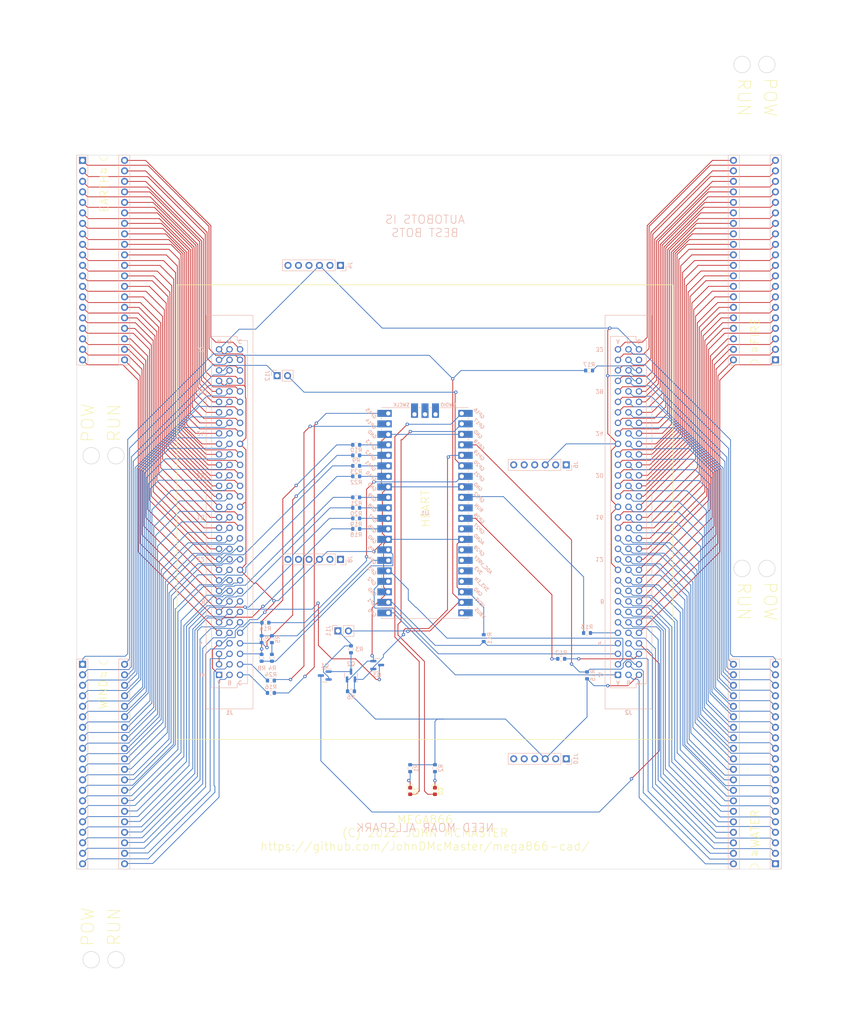
<source format=kicad_pcb>
(kicad_pcb (version 20211014) (generator pcbnew)
  (layers (0 "F.Cu" signal) (31 "B.Cu" signal) (34 "B.Paste" user) (35 "F.Paste" user) (36 "B.SilkS" user "B.Silkscreen") (37 "F.SilkS" user "F.Silkscreen") (38 "B.Mask" user) (39 "F.Mask" user) (44 "Edge.Cuts" user))
  (net 0 "")
  (net 1 "Net-(D1-Pad1)")
  (net 2 "LED1")
  (net 3 "Net-(D2-Pad1)")
  (net 4 "LED2")
  (net 5 "P2R")
  (net 6 "COIL_GPIO")
  (net 8 "VCC")
  (net 9 "COIL_EN")
  (net 10 "GND")
  (net 11 "G043")
  (net 12 "+3V3")
  (net 13 "I2C SCL")
  (net 14 "I2C SDA")
  (net 15 "Net-(J1-PadC4)")
  (net 16 "Net-(J1-PadC3)")
  (net 17 "UART1")
  (net 18 "UART2")
  (net 20 "SM2_C3")
  (net 21 "Net-(R12-Pad2)")
  (net 22 "SM2_A5")
  (net 23 "Net-(R13-Pad2)")
  (net 24 "SM1_C5")
  (net 25 "Net-(R14-Pad2)")
  (net 26 "SM_DET")
  (net 27 "Net-(J2-PadC30)")
  (net 28 "G033")
  (net 29 "G033_GPIO")
  (net 30 "G037")
  (net 31 "G037_GPIO")
  (net 32 "G039")
  (net 33 "G039_GPIO")
  (net 34 "G041")
  (net 35 "G041_GPIO")
  (net 36 "G043_GPIO")
  (net 37 "G045")
  (net 38 "G045_GPIO")
  (net 42 "BPM_SR_D")
  (net 43 "BPM_SR_CLK")
  (net 64 "Net-(J11-Pad1)")
  (net 70 "EEPROM_CS")
  (net 71 "EEPROM_DO")
  (net 72 "EEPROM_CLK")
  (net 73 "EEPROM_DI")
  (net 74 "G001")
  (net 75 "G005")
  (net 76 "G009")
  (net 77 "G013")
  (net 78 "G017")
  (net 79 "G021")
  (net 80 "G025")
  (net 81 "G029")
  (net 82 "G049")
  (net 83 "G053")
  (net 84 "G057")
  (net 85 "G061")
  (net 86 "G065")
  (net 87 "G069")
  (net 88 "G073")
  (net 89 "G077")
  (net 90 "G079")
  (net 91 "G075")
  (net 92 "G071")
  (net 93 "G067")
  (net 94 "G063")
  (net 95 "G059")
  (net 96 "G055")
  (net 97 "G051")
  (net 98 "G047")
  (net 99 "G035")
  (net 100 "G031")
  (net 101 "G027")
  (net 102 "G023")
  (net 103 "G019")
  (net 104 "G015")
  (net 105 "G011")
  (net 106 "G007")
  (net 107 "G003")
  (net 108 "G081")
  (net 109 "G085")
  (net 110 "G089")
  (net 111 "G093")
  (net 112 "G097")
  (net 113 "G101")
  (net 114 "G105")
  (net 115 "G109")
  (net 116 "G113")
  (net 117 "G117")
  (net 118 "G121")
  (net 119 "G125")
  (net 120 "G129")
  (net 121 "G133")
  (net 122 "G137")
  (net 123 "G141")
  (net 124 "G145")
  (net 125 "G149")
  (net 126 "G153")
  (net 127 "G157")
  (net 128 "G159")
  (net 129 "G155")
  (net 130 "G151")
  (net 131 "G147")
  (net 132 "G143")
  (net 133 "G139")
  (net 134 "G135")
  (net 135 "G131")
  (net 136 "G127")
  (net 137 "G123")
  (net 138 "G119")
  (net 139 "G115")
  (net 140 "G111")
  (net 141 "G107")
  (net 142 "G103")
  (net 143 "G099")
  (net 144 "G095")
  (net 145 "G091")
  (net 146 "G087")
  (net 147 "G083")
  (net 148 "G080")
  (net 149 "G076")
  (net 150 "G072")
  (net 151 "G068")
  (net 152 "G064")
  (net 153 "G060")
  (net 154 "G056")
  (net 155 "G052")
  (net 156 "G048")
  (net 157 "G044")
  (net 158 "G040")
  (net 159 "G036")
  (net 160 "G032")
  (net 161 "G028")
  (net 162 "G024")
  (net 163 "G020")
  (net 164 "G016")
  (net 165 "G012")
  (net 166 "G008")
  (net 167 "G004")
  (net 168 "G002")
  (net 169 "G006")
  (net 170 "G010")
  (net 171 "G014")
  (net 172 "G018")
  (net 173 "G022")
  (net 174 "G026")
  (net 175 "G030")
  (net 176 "G034")
  (net 177 "G038")
  (net 178 "G042")
  (net 179 "G046")
  (net 180 "G050")
  (net 181 "G054")
  (net 182 "G058")
  (net 183 "G062")
  (net 184 "G066")
  (net 185 "G070")
  (net 186 "G074")
  (net 187 "G078")
  (net 188 "G160")
  (net 189 "G156")
  (net 190 "G152")
  (net 191 "G148")
  (net 192 "G144")
  (net 193 "G140")
  (net 194 "G136")
  (net 195 "G132")
  (net 196 "G128")
  (net 197 "G124")
  (net 198 "G120")
  (net 199 "G116")
  (net 200 "G112")
  (net 201 "G108")
  (net 202 "G104")
  (net 203 "G100")
  (net 204 "G096")
  (net 205 "G092")
  (net 206 "G088")
  (net 207 "G084")
  (net 208 "G082")
  (net 209 "G086")
  (net 210 "G090")
  (net 211 "G094")
  (net 212 "G098")
  (net 213 "G102")
  (net 214 "G106")
  (net 215 "G110")
  (net 216 "G114")
  (net 217 "G118")
  (net 218 "G122")
  (net 219 "G126")
  (net 220 "G130")
  (net 221 "G134")
  (net 222 "G138")
  (net 223 "G142")
  (net 224 "G146")
  (net 225 "G150")
  (net 226 "G154")
  (net 227 "G158")
  (net 228 "Net-(J1-PadA2)")
  (net 229 "COILP")
  (net 231 "Net-(Q1-Pad1)")
  (net 232 "Net-(J1-PadC1)")
  (net 233 "Net-(J1-PadC2)")
  (footprint "mega866:tl866" (layer "F.Cu") (at 217 175.09 180)
    (fp_text reference "J9")
    (fp_text value "tl866_dip40")
    (fp_circle (center 3 71.4492) (end 5 71.4492) (layer "Edge.Cuts") (width 0.12) (fill none))
    (fp_circle (center -3 71.4492) (end -1 71.4492) (layer "Edge.Cuts") (width 0.12) (fill none))
  )
  (footprint "mega866:tl866" (layer "F.Cu") (at 59.52 126.83)
    (fp_text reference "J7")
    (fp_text value "tl866_dip40")
    (fp_circle (center 3 71.4492) (end 5 71.4492) (layer "Edge.Cuts") (width 0.12) (fill none))
    (fp_circle (center -3 71.4492) (end -1 71.4492) (layer "Edge.Cuts") (width 0.12) (fill none))
  )
  (footprint "LED_SMD:LED_0603_1608Metric" (layer "F.Cu") (at 133.7 157.48 -90)
    (fp_text reference "D1")
    (fp_text value "LED")
  )
  (footprint "mega866:tl866" (layer "F.Cu") (at 59.52 4.91)
    (fp_text reference "J3")
    (fp_text value "tl866_dip40")
    (fp_circle (center -3 71.4492) (end -1 71.4492) (layer "Edge.Cuts") (width 0.12) (fill none))
    (fp_circle (center 3 71.4492) (end 5 71.4492) (layer "Edge.Cuts") (width 0.12) (fill none))
  )
  (footprint "LED_SMD:LED_0603_1608Metric" (layer "F.Cu") (at 139.7 157.48 -90)
    (fp_text reference "D2")
    (fp_text value "LED")
  )
  (footprint "mega866:tl866" (layer "F.Cu") (at 217 53.17 180)
    (fp_text reference "J5")
    (fp_text value "tl866_dip40")
    (fp_circle (center 3 71.4492) (end 5 71.4492) (layer "Edge.Cuts") (width 0.12) (fill none))
    (fp_circle (center -3 71.4492) (end -1 71.4492) (layer "Edge.Cuts") (width 0.12) (fill none))
  )
  (footprint "Resistor_SMD:R_0603_1608Metric" (layer "B.Cu") (at 97.75 125.25 90)
    (fp_text reference "R8")
    (fp_text value "NOLOAD")
  )
  (footprint "Resistor_SMD:R_0603_1608Metric" (layer "B.Cu") (at 98.675 116.75)
    (fp_text reference "R14")
    (fp_text value "0")
  )
  (footprint "mega866:5650470-5" (layer "B.Cu") (at 186.52 90)
    (fp_text reference "J2")
    (fp_text value "ZSM1-SM2")
  )
  (footprint "Resistor_SMD:R_0603_1608Metric" (layer "B.Cu") (at 100 133.75 180)
    (fp_text reference "R16")
    (fp_text value "0")
  )
  (footprint "Resistor_SMD:R_0603_1608Metric" (layer "B.Cu") (at 120.65 81.355)
    (fp_text reference "R22")
    (fp_text value "0")
  )
  (footprint "Resistor_SMD:R_0603_1608Metric" (layer "B.Cu") (at 170.25 125.5 180)
    (fp_text reference "R12")
    (fp_text value "0")
  )
  (footprint "Resistor_SMD:R_0603_1608Metric" (layer "B.Cu") (at 120.65 78.815)
    (fp_text reference "R23")
    (fp_text value "0")
  )
  (footprint "Resistor_SMD:R_0603_1608Metric" (layer "B.Cu") (at 139.7 151.95 90)
    (fp_text reference "R2")
    (fp_text value "R")
  )
  (footprint "Resistor_SMD:R_0603_1608Metric" (layer "B.Cu") (at 133.7 151.95 90)
    (fp_text reference "R1")
    (fp_text value "R")
  )
  (footprint "Resistor_SMD:R_0603_1608Metric" (layer "B.Cu") (at 120.65 88.975)
    (fp_text reference "R20")
    (fp_text value "0")
  )
  (footprint "Resistor_SMD:R_0603_1608Metric" (layer "B.Cu") (at 120.65 76.275)
    (fp_text reference "R9")
    (fp_text value "NOLOAD")
  )
  (footprint "Resistor_SMD:R_0603_1608Metric" (layer "B.Cu") (at 177 55.75 180)
    (fp_text reference "R17")
    (fp_text value "4.7K")
  )
  (footprint "Resistor_SMD:R_0603_1608Metric" (layer "B.Cu") (at 100 130.75 180)
    (fp_text reference "R24")
    (fp_text value "0")
  )
  (footprint "Package_TO_SOT_SMD:SOT-23" (layer "B.Cu") (at 119.38 129.54 90)
    (fp_text reference "Q2")
    (fp_text value "2N7002")
  )
  (footprint "Resistor_SMD:R_0603_1608Metric" (layer "B.Cu") (at 119.38 133.35)
    (fp_text reference "R6")
    (fp_text value "47k")
  )
  (footprint "mega866:RPi_Pico_SMD_TH" (layer "B.Cu") (at 137.291309 90.245)
    (fp_text reference "U1")
    (fp_text value "Pico")
  )
  (footprint "Resistor_SMD:R_0603_1608Metric" (layer "B.Cu") (at 97.75 120.75 90)
    (fp_text reference "R7")
    (fp_text value "NOLOAD")
  )
  (footprint "Resistor_SMD:R_0603_1608Metric" (layer "B.Cu") (at 119.38 123.19 90)
    (fp_text reference "R3")
    (fp_text value "47k")
  )
  (footprint "Resistor_SMD:R_0603_1608Metric" (layer "B.Cu") (at 176.5 119.25 180)
    (fp_text reference "R13")
    (fp_text value "0")
  )
  (footprint "Package_TO_SOT_SMD:SOT-23" (layer "B.Cu") (at 113.03 129.54 180)
    (fp_text reference "Q1")
    (fp_text value "BSS84")
  )
  (footprint "Connector_PinHeader_2.54mm:PinHeader_1x02_P2.54mm_Vertical" (layer "B.Cu") (at 101.5 57 -90)
    (fp_text reference "J12")
    (fp_text value "Conn_01x02_Male")
  )
  (footprint "Resistor_SMD:R_0603_1608Metric" (layer "B.Cu") (at 120.65 94.055)
    (fp_text reference "R18")
    (fp_text value "0")
  )
  (footprint "Connector_PinHeader_2.54mm:PinHeader_1x06_P2.54mm_Vertical" (layer "B.Cu") (at 171.45 78.57 90)
    (fp_text reference "J6")
    (fp_text value "Conn_01x06_Male")
  )
  (footprint "Resistor_SMD:R_0603_1608Metric" (layer "B.Cu") (at 100.25 125.25 -90)
    (fp_text reference "R4")
    (fp_text value "4.7k")
  )
  (footprint "mega866:5650470-5" (layer "B.Cu") (at 90 90)
    (fp_text reference "J1")
    (fp_text value "ZSM1-SM1")
  )
  (footprint "Connector_PinHeader_2.54mm:PinHeader_1x06_P2.54mm_Vertical" (layer "B.Cu") (at 116.84 30.31 90)
    (fp_text reference "J4")
    (fp_text value "Conn_01x06_Male")
  )
  (footprint "Resistor_SMD:R_0603_1608Metric" (layer "B.Cu") (at 120.65 91.515)
    (fp_text reference "R19")
    (fp_text value "0")
  )
  (footprint "Connector_PinHeader_2.54mm:PinHeader_1x02_P2.54mm_Vertical" (layer "B.Cu") (at 116.225 118.75 -90)
    (fp_text reference "J11")
    (fp_text value "Conn_01x02_Male")
  )
  (footprint "Resistor_SMD:R_0603_1608Metric" (layer "B.Cu") (at 176.5 129.5 90)
    (fp_text reference "R15")
    (fp_text value "100k")
  )
  (footprint "Resistor_SMD:R_0603_1608Metric" (layer "B.Cu") (at 120.65 73.735 180)
    (fp_text reference "R10")
    (fp_text value "NOLOAD")
  )
  (footprint "Resistor_SMD:R_0603_1608Metric" (layer "B.Cu") (at 100.25 120.75 90)
    (fp_text reference "R5")
    (fp_text value "4.7k")
  )
  (footprint "Package_TO_SOT_SMD:SOT-23" (layer "B.Cu") (at 125.73 127)
    (fp_text reference "Q3")
    (fp_text value "2N7002")
  )
  (footprint "Resistor_SMD:R_0603_1608Metric" (layer "B.Cu") (at 120.65 86.435)
    (fp_text reference "R21")
    (fp_text value "0")
  )
  (footprint "Connector_PinHeader_2.54mm:PinHeader_1x06_P2.54mm_Vertical" (layer "B.Cu") (at 116.84 101.43 90)
    (fp_text reference "J8")
    (fp_text value "Conn_01x06_Male")
  )
  (footprint "Connector_PinHeader_2.54mm:PinHeader_1x06_P2.54mm_Vertical" (layer "B.Cu") (at 171.45 149.69 90)
    (fp_text reference "J10")
    (fp_text value "Conn_01x06_Male")
  )
  (footprint "Resistor_SMD:R_0603_1608Metric" (layer "B.Cu") (at 151.5 120.5 90)
    (fp_text reference "R11")
    (fp_text value "4.7k")
  )
  (gr_rect locked (start 77.291309 35) (end 197.291309 145) (layer "F.SilkS") (width 0.15) (fill none))
  (gr_rect (start 53.02 3.64) (end 223.5 176.37) (layer "Edge.Cuts") (width 0.1) (fill none))
  (gr_text "NEED MOAR ALLSPARK" (at 137.291309 166.37) (layer "B.SilkS") (effects (font (size 2 2)) (justify mirror)))
  (gr_text "AUTOBOTS IS\nBEST BOTS" (at 137.291309 20.828) (layer "B.SilkS") (effects (font (size 2 2)) (justify mirror)))
  (gr_text "EARTH" (at 59.69 12.954 90) (layer "F.SilkS") (effects (font (size 2 2))))
  (gr_text "MEGA866\n(C) 2022 JOHN MCMASTER\nhttps://github.com/JohnDMcMaster/mega866-cad/" (at 137.291309 167.64) (layer "F.SilkS") (effects (font (size 2 2))))
  (gr_text "WIND" (at 59.436 134.112 90) (layer "F.SilkS") (effects (font (size 2 2))))
  (gr_text "WATER" (at 217.17 166.624 90) (layer "F.SilkS") (effects (font (size 2 2))))
  (gr_text "HEART" (at 137.414 89.154 90) (layer "F.SilkS") (effects (font (size 2 2))))
  (gr_text "FIRE" (at 217.17 46.228 90) (layer "F.SilkS") (effects (font (size 2 2))))
  (segment (start 133.7 155.29) (end 133.7 156.6925) (width 0.19) (layer "F.Cu") (net 1))
  (segment (start 133.35 154.94) (end 133.7 155.29) (width 0.19) (layer "F.Cu") (net 1))
  (via (at 133.35 154.94) (size 0.8) (drill 0.4) (layers "F.Cu" "B.Cu") (net 1))
  (segment (start 133.7 154.59) (end 133.35 154.94) (width 0.19) (layer "B.Cu") (net 1))
  (segment (start 133.7 152.775) (end 133.7 154.59) (width 0.19) (layer "B.Cu") (net 1))
  (segment (start 133 68.75) (end 130 71.75) (width 0.19) (layer "F.Cu") (net 2))
  (segment (start 135.1025 158.2675) (end 133.7 158.2675) (width 0.19) (layer "F.Cu") (net 2))
  (segment (start 130 71.75) (end 130 120.25) (width 0.19) (layer "F.Cu") (net 2))
  (segment (start 135.89 126.14) (end 135.89 157.48) (width 0.19) (layer "F.Cu") (net 2))
  (segment (start 135.89 157.48) (end 135.1025 158.2675) (width 0.19) (layer "F.Cu") (net 2))
  (segment (start 130 120.25) (end 135.89 126.14) (width 0.19) (layer "F.Cu") (net 2))
  (via (at 133 68.75) (size 0.8) (drill 0.4) (layers "F.Cu" "B.Cu") (net 2))
  (segment (start 143.546309 68.75) (end 146.181309 66.115) (width 0.19) (layer "B.Cu") (net 2))
  (segment (start 133 68.75) (end 143.546309 68.75) (width 0.19) (layer "B.Cu") (net 2))
  (segment (start 139.7 156.6925) (end 139.7 154.94) (width 0.19) (layer "F.Cu") (net 3))
  (via (at 139.7 154.94) (size 0.8) (drill 0.4) (layers "F.Cu" "B.Cu") (net 3))
  (segment (start 139.7 152.775) (end 139.7 154.94) (width 0.19) (layer "B.Cu") (net 3))
  (segment (start 131.75 72.5) (end 133.75 70.5) (width 0.19) (layer "F.Cu") (net 4))
  (segment (start 130.74 117.17) (end 131.5 116.41) (width 0.19) (layer "F.Cu") (net 4))
  (segment (start 137.9475 158.2675) (end 137.16 157.48) (width 0.19) (layer "F.Cu") (net 4))
  (segment (start 131.5 116.41) (end 131.5 72.5) (width 0.19) (layer "F.Cu") (net 4))
  (segment (start 139.7 158.2675) (end 137.9475 158.2675) (width 0.19) (layer "F.Cu") (net 4))
  (segment (start 131.5 72.5) (end 131.75 72.5) (width 0.19) (layer "F.Cu") (net 4))
  (segment (start 137.16 157.48) (end 137.16 126.15) (width 0.19) (layer "F.Cu") (net 4))
  (segment (start 130.74 119.73) (end 130.74 117.17) (width 0.19) (layer "F.Cu") (net 4))
  (segment (start 137.16 126.15) (end 130.74 119.73) (width 0.19) (layer "F.Cu") (net 4))
  (via (at 133.75 70.5) (size 0.8) (drill 0.4) (layers "F.Cu" "B.Cu") (net 4))
  (segment (start 144.336309 70.5) (end 133.75 70.5) (width 0.19) (layer "B.Cu") (net 4))
  (segment (start 146.181309 68.655) (end 144.336309 70.5) (width 0.19) (layer "B.Cu") (net 4))
  (segment (start 88.500933 55.71) (end 89.710933 54.5) (width 0.19) (layer "B.Cu") (net 5))
  (segment (start 99 54.5) (end 101.5 57) (width 0.19) (layer "B.Cu") (net 5))
  (segment (start 87.46 55.71) (end 88.500933 55.71) (width 0.19) (layer "B.Cu") (net 5))
  (segment (start 89.710933 54.5) (end 99 54.5) (width 0.19) (layer "B.Cu") (net 5))
  (segment (start 144.75 61) (end 144.581434 61.168566) (width 0.19) (layer "F.Cu") (net 6))
  (segment (start 144.581434 77.215125) (end 146.181309 78.815) (width 0.19) (layer "F.Cu") (net 6))
  (segment (start 144.581434 61.168566) (end 144.581434 77.215125) (width 0.19) (layer "F.Cu") (net 6))
  (via (at 144.75 61) (size 0.8) (drill 0.4) (layers "F.Cu" "B.Cu") (net 6))
  (segment (start 104.04 57) (end 108.04 61) (width 0.19) (layer "B.Cu") (net 6))
  (segment (start 108.04 61) (end 144.75 61) (width 0.19) (layer "B.Cu") (net 6))
  (segment (start 138.5 118.75) (end 133.25 118.75) (width 0.19) (layer "F.Cu") (net 8))
  (segment (start 144 57.75) (end 144 109.653691) (width 0.19) (layer "F.Cu") (net 8))
  (segment (start 145.415 111.835) (end 138.5 118.75) (width 0.19) (layer "F.Cu") (net 8))
  (segment (start 133.25 118.75) (end 133.140985 118.859015) (width 0.19) (layer "F.Cu") (net 8))
  (segment (start 146.181309 111.835) (end 145.415 111.835) (width 0.19) (layer "F.Cu") (net 8))
  (segment (start 144 109.653691) (end 146.181309 111.835) (width 0.19) (layer "F.Cu") (net 8))
  (via (at 144 57.75) (size 0.8) (drill 0.4) (layers "F.Cu" "B.Cu") (net 8))
  (via (at 133.140985 118.859015) (size 0.8) (drill 0.4) (layers "F.Cu" "B.Cu") (net 8))
  (segment (start 176.175 55.75) (end 146 55.75) (width 0.19) (layer "B.Cu") (net 8))
  (segment (start 138.3132 52.0632) (end 144 57.75) (width 0.19) (layer "B.Cu") (net 8))
  (segment (start 133.140985 118.859015) (end 133.03197 118.75) (width 0.19) (layer "B.Cu") (net 8))
  (segment (start 146 55.75) (end 144 57.75) (width 0.19) (layer "B.Cu") (net 8))
  (segment (start 87.46 53.17) (end 87.956401 53.17) (width 0.19) (layer "B.Cu") (net 8))
  (segment (start 87.956401 53.17) (end 89.063201 52.0632) (width 0.19) (layer "B.Cu") (net 8))
  (segment (start 133.03197 118.75) (end 118.765 118.75) (width 0.19) (layer "B.Cu") (net 8))
  (segment (start 89.063201 52.0632) (end 138.3132 52.0632) (width 0.19) (layer "B.Cu") (net 8))
  (segment (start 138.185985 118.174015) (end 132.555985 118.174015) (width 0.19) (layer "F.Cu") (net 9))
  (segment (start 132.555985 118.174015) (end 132.09 118.64) (width 0.19) (layer "F.Cu") (net 9))
  (segment (start 142.74 113.62) (end 138.185985 118.174015) (width 0.19) (layer "F.Cu") (net 9))
  (segment (start 142.74 76.89) (end 142.74 113.62) (width 0.19) (layer "F.Cu") (net 9))
  (segment (start 132.09 118.64) (end 132.09 119.63) (width 0.19) (layer "F.Cu") (net 9))
  (segment (start 142.94 76.69) (end 142.74 76.89) (width 0.19) (layer "F.Cu") (net 9))
  (via (at 142.94 76.69) (size 0.8) (drill 0.4) (layers "F.Cu" "B.Cu") (net 9))
  (via (at 132.09 119.63) (size 0.8) (drill 0.4) (layers "F.Cu" "B.Cu") (net 9))
  (segment (start 122.265 130.4775) (end 124.7925 127.95) (width 0.19) (layer "B.Cu") (net 9))
  (segment (start 127.23 125.084817) (end 124.7925 127.522317) (width 0.19) (layer "B.Cu") (net 9))
  (segment (start 124.7925 127.522317) (end 124.7925 127.95) (width 0.19) (layer "B.Cu") (net 9))
  (segment (start 143.355 76.275) (end 142.94 76.69) (width 0.19) (layer "B.Cu") (net 9))
  (segment (start 120.33 130.4775) (end 122.265 130.4775) (width 0.19) (layer "B.Cu") (net 9))
  (segment (start 146.181309 76.275) (end 143.355 76.275) (width 0.19) (layer "B.Cu") (net 9))
  (segment (start 132.09 119.63) (end 127.23 124.49) (width 0.19) (layer "B.Cu") (net 9))
  (segment (start 120.205 133.35) (end 120.205 130.6025) (width 0.19) (layer "B.Cu") (net 9))
  (segment (start 120.205 130.6025) (end 120.33 130.4775) (width 0.19) (layer "B.Cu") (net 9))
  (segment (start 127.23 124.49) (end 127.23 125.084817) (width 0.19) (layer "B.Cu") (net 9))
  (segment (start 128.401309 83.895) (end 127 85.296309) (width 0.19) (layer "F.Cu") (net 10))
  (segment (start 145.046309 97.73) (end 146.181309 96.595) (width 0.19) (layer "F.Cu") (net 10))
  (segment (start 92.54 73.49) (end 93.96 74.91) (width 0.19) (layer "F.Cu") (net 10))
  (segment (start 127 95.193691) (end 128.401309 96.595) (width 0.19) (layer "F.Cu") (net 10))
  (segment (start 100.734015 111.434015) (end 96.48 107.18) (width 0.19) (layer "F.Cu") (net 10))
  (segment (start 127.266309 108.16) (end 127.266309 97.73) (width 0.19) (layer "F.Cu") (net 10))
  (segment (start 124.5 113.196309) (end 128.401309 109.295) (width 0.19) (layer "F.Cu") (net 10))
  (segment (start 93.03 51.73) (end 88.56 51.73) (width 0.19) (layer "F.Cu") (net 10))
  (segment (start 126.75 83) (end 127.645 83.895) (width 0.19) (layer "F.Cu") (net 10))
  (segment (start 127 85.296309) (end 127 95.193691) (width 0.19) (layer "F.Cu") (net 10))
  (segment (start 182.39841 75.07159) (end 183.98 73.49) (width 0.19) (layer "F.Cu") (net 10))
  (segment (start 181.5 46) (end 182 45.5) (width 0.19) (layer "F.Cu") (net 10))
  (segment (start 182.39841 87.14841) (end 182.39841 75.07159) (width 0.19) (layer "F.Cu") (net 10))
  (segment (start 96.48 107.18) (end 95.75 107.18) (width 0.19) (layer "F.Cu") (net 10))
  (segment (start 181.5 132) (end 186.43 132) (width 0.19) (layer "F.Cu") (net 10))
  (segment (start 93.55 87.72) (end 92.54 88.73) (width 0.19) (layer "F.Cu") (net 10))
  (segment (start 93.83 62.3) (end 93.83 59.71) (width 0.19) (layer "F.Cu") (net 10))
  (segment (start 93.96 87.72) (end 93.96 102.55) (width 0.19) (layer "F.Cu") (net 10))
  (segment (start 183.98 88.73) (end 182.39841 87.14841) (width 0.19) (layer "F.Cu") (net 10))
  (segment (start 183.98 73.49) (end 181.5 71.01) (width 0.19) (layer "F.Cu") (net 10))
  (segment (start 87.46 121.75) (end 85.88 123.33) (width 0.19) (layer "F.Cu") (net 10))
  (segment (start 181.5 71.01) (end 181.5 57) (width 0.19) (layer "F.Cu") (net 10))
  (segment (start 127.645 83.895) (end 128.401309 83.895) (width 0.19) (layer "F.Cu") (net 10))
  (segment (start 98.53 114.22) (end 100.734015 112.015985) (width 0.19) (layer "F.Cu") (net 10))
  (segment (start 92.54 73.49) (end 93.97 72.06) (width 0.19) (layer "F.Cu") (net 10))
  (segment (start 146.181309 109.295) (end 145.046309 108.16) (width 0.19) (layer "F.Cu") (net 10))
  (segment (start 93.96 102.55) (end 92.54 103.97) (width 0.19) (layer "F.Cu") (net 10))
  (segment (start 85.88 127.79) (end 87.46 129.37) (width 0.19) (layer "F.Cu") (net 10))
  (segment (start 93.441 59.321) (end 88.531 59.321) (width 0.19) (layer "F.Cu") (net 10))
  (segment (start 182.39841 90.31159) (end 183.98 88.73) (width 0.19) (layer "F.Cu") (net 10))
  (segment (start 93.96 87.72) (end 93.55 87.72) (width 0.19) (layer "F.Cu") (net 10))
  (segment (start 127.266309 97.73) (end 128.401309 96.595) (width 0.19) (layer "F.Cu") (net 10))
  (segment (start 93.735 59.615) (end 93.441 59.321) (width 0.19) (layer "F.Cu") (net 10))
  (segment (start 182.39841 102.38841) (end 182.39841 90.31159) (width 0.19) (layer "F.Cu") (net 10))
  (segment (start 95.75 107.18) (end 92.54 103.97) (width 0.19) (layer "F.Cu") (net 10))
  (segment (start 93.97 62.44) (end 93.83 62.3) (width 0.19) (layer "F.Cu") (net 10))
  (segment (start 100.734015 112.015985) (end 100.734015 111.434015) (width 0.19) (layer "F.Cu") (net 10))
  (segment (start 93.83 59.71) (end 93.735 59.615) (width 0.19) (layer "F.Cu") (net 10))
  (segment (start 93.96 74.91) (end 93.96 87.72) (width 0.19) (layer "F.Cu") (net 10))
  (segment (start 85.88 123.33) (end 85.88 127.79) (width 0.19) (layer "F.Cu") (net 10))
  (segment (start 93.735 59.615) (end 93.735 52.435) (width 0.19) (layer "F.Cu") (net 10))
  (segment (start 186.43 132) (end 189.06 129.37) (width 0.19) (layer "F.Cu") (net 10))
  (segment (start 93.97 72.06) (end 93.97 62.44) (width 0.19) (layer "F.Cu") (net 10))
  (segment (start 126.75 72.846309) (end 126.75 83) (width 0.19) (layer "F.Cu") (net 10))
  (segment (start 93.735 52.435) (end 93.03 51.73) (width 0.19) (layer "F.Cu") (net 10))
  (segment (start 128.401309 109.295) (end 127.266309 108.16) (width 0.19) (layer "F.Cu") (net 10))
  (segment (start 124.85 99.52) (end 127.775 96.595) (width 0.19) (layer "F.Cu") (net 10))
  (segment (start 183.98 103.97) (end 182.39841 102.38841) (width 0.19) (layer "F.Cu") (net 10))
  (segment (start 145.046309 108.16) (end 145.046309 97.73) (width 0.19) (layer "F.Cu") (net 10))
  (segment (start 128.401309 71.195) (end 126.75 72.846309) (width 0.19) (layer "F.Cu") (net 10))
  (segment (start 88.531 59.321) (end 87.46 58.25) (width 0.19) (layer "F.Cu") (net 10))
  (segment (start 181.5 57) (end 181.5 46) (width 0.19) (layer "F.Cu") (net 10))
  (segment (start 127.775 96.595) (end 128.401309 96.595) (width 0.19) (layer "F.Cu") (net 10))
  (segment (start 124.5 124.75) (end 124.5 113.196309) (width 0.19) (layer "F.Cu") (net 10))
  (segment (start 88.56 51.73) (end 87.46 50.63) (width 0.19) (layer "F.Cu") (net 10))
  (via (at 124.5 124.75) (size 0.8) (drill 0.4) (layers "F.Cu" "B.Cu") (net 10))
  (via (at 124.85 99.52) (size 0.8) (drill 0.4) (layers "F.Cu" "B.Cu") (net 10))
  (via (at 98.53 114.22) (size 0.8) (drill 0.4) (layers "F.Cu" "B.Cu") (net 10))
  (via (at 181.5 57) (size 0.8) (drill 0.4) (layers "F.Cu" "B.Cu") (net 10))
  (via (at 100.734015 111.434015) (size 0.8) (drill 0.4) (layers "F.Cu" "B.Cu") (net 10))
  (via (at 182 45.5) (size 0.8) (drill 0.4) (layers "F.Cu" "B.Cu") (net 10))
  (via (at 181.5 132) (size 0.8) (drill 0.4) (layers "F.Cu" "B.Cu") (net 10))
  (segment (start 88.23 121.75) (end 89.61 120.37) (width 0.19) (layer "B.Cu") (net 10))
  (segment (start 91.38 120.26) (end 91.38 118.72) (width 0.19) (layer "B.Cu") (net 10))
  (segment (start 94.94 116) (end 96.75 116) (width 0.19) (layer "B.Cu") (net 10))
  (segment (start 133.7 151.125) (end 139.7 151.125) (width 0.19) (layer "B.Cu") (net 10))
  (segment (start 118.555 130.6025) (end 118.43 130.4775) (width 0.19) (layer "B.Cu") (net 10))
  (segment (start 118.555 133.35) (end 118.555 130.6025) (width 0.19) (layer "B.Cu") (net 10))
  (segment (start 189.06 50.63) (end 183.93 45.5) (width 0.19) (layer "B.Cu") (net 10))
  (segment (start 147.711309 109.295) (end 151.5 113.083691) (width 0.19) (layer "B.Cu") (net 10))
  (segment (start 96.75 116) (end 98.53 114.22) (width 0.19) (layer "B.Cu") (net 10))
  (segment (start 146.181309 96.595) (end 128.401309 96.595) (width 0.19) (layer "B.Cu") (net 10))
  (segment (start 151.5 113.083691) (end 151.5 119.675) (width 0.19) (layer "B.Cu") (net 10))
  (segment (start 176.5 139.56) (end 166.37 149.69) (width 0.19) (layer "B.Cu") (net 10))
  (segment (start 156.755 140.075) (end 166.37 149.69) (width 0.19) (layer "B.Cu") (net 10))
  (segment (start 92.34 45.75) (end 96.32 45.75) (width 0.19) (layer "B.Cu") (net 10))
  (segment (start 183.93 45.5) (end 182 45.5) (width 0.19) (layer "B.Cu") (net 10))
  (segment (start 178.175 132) (end 181.5 132) (width 0.19) (layer "B.Cu") (net 10))
  (segment (start 118.914251 130.4775) (end 118.43 130.4775) (width 0.19) (layer "B.Cu") (net 10))
  (segment (start 140.25 140.075) (end 156.755 140.075) (width 0.19) (layer "B.Cu") (net 10))
  (segment (start 124.7925 125.0425) (end 124.5 124.75) (width 0.19) (layer "B.Cu") (net 10))
  (segment (start 93.21 117.73) (end 94.94 116) (width 0.19) (layer "B.Cu") (net 10))
  (segment (start 126.95 45.5) (end 111.76 30.31) (width 0.19) (layer "B.Cu") (net 10))
  (segment (start 188.019067 58.25) (end 186.769067 57) (width 0.19) (layer "B.Cu") (net 10))
  (segment (start 125.28 140.075) (end 118.555 133.35) (width 0.19) (layer "B.Cu") (net 10))
  (segment (start 124.83 99.54) (end 124.85 99.52) (width 0.19) (layer "B.Cu") (net 10))
  (segment (start 176.5 130.325) (end 178.175 132) (width 0.19) (layer "B.Cu") (net 10))
  (segment (start 91.27 120.37) (end 91.38 120.26) (width 0.19) (layer "B.Cu") (net 10))
  (segment (start 123.341751 126.05) (end 118.914251 130.4775) (width 0.19) (layer "B.Cu") (net 10))
  (segment (start 124.7925 126.05) (end 123.341751 126.05) (width 0.19) (layer "B.Cu") (net 10))
  (segment (start 171.45 73.49) (end 183.98 73.49) (width 0.19) (layer "B.Cu") (net 10))
  (segment (start 87.46 121.75) (end 88.23 121.75) (width 0.19) (layer "B.Cu") (net 10))
  (segment (start 128.401309 83.895) (end 146.181309 83.895) (width 0.19) (layer "B.Cu") (net 10))
  (segment (start 124.7925 126.05) (end 124.7925 125.0425) (width 0.19) (layer "B.Cu") (net 10))
  (segment (start 91.38 118.72) (end 92.37 117.73) (width 0.19) (layer "B.Cu") (net 10))
  (segment (start 87.46 50.63) (end 92.34 45.75) (width 0.19) (layer "B.Cu") (net 10))
  (segment (start 189.06 58.25) (end 188.019067 58.25) (width 0.19) (layer "B.Cu") (net 10))
  (segment (start 96.32 45.75) (end 111.76 30.31) (width 0.19) (layer "B.Cu") (net 10))
  (segment (start 166.37 78.57) (end 171.45 73.49) (width 0.19) (layer "B.Cu") (net 10))
  (segment (start 139.7 140.625) (end 139.7 151.125) (width 0.19) (layer "B.Cu") (net 10))
  (segment (start 113.65 99.54) (end 124.83 99.54) (width 0.19) (layer "B.Cu") (net 10))
  (segment (start 176.5 130.325) (end 176.5 139.56) (width 0.19) (layer "B.Cu") (net 10))
  (segment (start 140.25 140.075) (end 139.7 140.625) (width 0.19) (layer "B.Cu") (net 10))
  (segment (start 111.76 101.43) (end 113.65 99.54) (width 0.19) (layer "B.Cu") (net 10))
  (segment (start 125.28 140.075) (end 141.865 140.075) (width 0.19) (layer "B.Cu") (net 10))
  (segment (start 92.37 117.73) (end 93.21 117.73) (width 0.19) (layer "B.Cu") (net 10))
  (segment (start 146.181309 109.295) (end 147.711309 109.295) (width 0.19) (layer "B.Cu") (net 10))
  (segment (start 89.61 120.37) (end 91.27 120.37) (width 0.19) (layer "B.Cu") (net 10))
  (segment (start 128.401309 71.195) (end 146.181309 71.195) (width 0.19) (layer "B.Cu") (net 10))
  (segment (start 101.755985 111.434015) (end 111.76 101.43) (width 0.19) (layer "B.Cu") (net 10))
  (segment (start 186.769067 57) (end 181.5 57) (width 0.19) (layer "B.Cu") (net 10))
  (segment (start 182 45.5) (end 126.95 45.5) (width 0.19) (layer "B.Cu") (net 10))
  (segment (start 100.734015 111.434015) (end 101.755985 111.434015) (width 0.19) (layer "B.Cu") (net 10))
  (segment (start 120.5 125.5) (end 125.5 130.5) (width 0.19) (layer "F.Cu") (net 11))
  (segment (start 111.5 112.13) (end 111.5 122.25) (width 0.19) (layer "F.Cu") (net 11))
  (segment (start 88.59 113) (end 87.46 114.13) (width 0.19) (layer "F.Cu") (net 11))
  (segment (start 111.5 122.25) (end 114.75 125.5) (width 0.19) (layer "F.Cu") (net 11))
  (segment (start 54.451 50.641) (end 55.816 52.006) (width 0.19) (layer "F.Cu") (net 11))
  (segment (start 68.817 55.441) (end 68.817 95.487) (width 0.19) (layer "F.Cu") (net 11))
  (segment (start 111.41 112.04) (end 111.5 112.13) (width 0.19) (layer "F.Cu") (net 11))
  (segment (start 125.5 130.5) (end 126.25 130.5) (width 0.19) (layer "F.Cu") (net 11))
  (segment (start 93.75 113) (end 88.59 113) (width 0.19) (layer "F.Cu") (net 11))
  (segment (start 114.75 125.5) (end 120.5 125.5) (width 0.19) (layer "F.Cu") (net 11))
  (segment (start 68.817 95.487) (end 87.471 114.141) (width 0.19) (layer "F.Cu") (net 11))
  (segment (start 65.382 52.006) (end 68.817 55.441) (width 0.19) (layer "F.Cu") (net 11))
  (segment (start 55.816 52.006) (end 65.382 52.006) (width 0.19) (layer "F.Cu") (net 11))
  (via (at 111.41 112.04) (size 0.8) (drill 0.4) (layers "F.Cu" "B.Cu") (net 11))
  (via (at 93.75 113) (size 0.8) (drill 0.4) (layers "F.Cu" "B.Cu") (net 11))
  (via (at 126.25 130.5) (size 0.8) (drill 0.4) (layers "F.Cu" "B.Cu") (net 11))
  (segment (start 105.275 100.395) (end 105.275 102.365) (width 0.19) (layer "B.Cu") (net 11))
  (segment (start 111.41 112.04) (end 109.95 113.5) (width 0.19) (layer "B.Cu") (net 11))
  (segment (start 105.275 102.365) (end 94.64 113) (width 0.19) (layer "B.Cu") (net 11))
  (segment (start 109.95 113.5) (end 94.25 113.5) (width 0.19) (layer "B.Cu") (net 11))
  (segment (start 94.64 113) (end 93.75 113) (width 0.19) (layer "B.Cu") (net 11))
  (segment (start 119.825 91.515) (end 114.155 91.515) (width 0.19) (layer "B.Cu") (net 11))
  (segment (start 126.25 127.4175) (end 126.25 130.5) (width 0.19) (layer "B.Cu") (net 11))
  (segment (start 94.25 113.5) (end 93.75 113) (width 0.19) (layer "B.Cu") (net 11))
  (segment (start 114.155 91.515) (end 105.275 100.395) (width 0.19) (layer "B.Cu") (net 11))
  (segment (start 126.6675 127) (end 126.25 127.4175) (width 0.19) (layer "B.Cu") (net 11))
  (segment (start 100.25 121.575) (end 100.25 124.425) (width 0.19) (layer "B.Cu") (net 12))
  (segment (start 128.401309 99.135) (end 129.536309 100.27) (width 0.19) (layer "B.Cu") (net 13))
  (segment (start 129.346309 103) (end 124.25 103) (width 0.19) (layer "B.Cu") (net 13))
  (segment (start 129.536309 100.27) (end 129.536309 102.81) (width 0.19) (layer "B.Cu") (net 13))
  (segment (start 101.175 126.075) (end 100.25 126.075) (width 0.19) (layer "B.Cu") (net 13))
  (segment (start 124.25 103) (end 101.175 126.075) (width 0.19) (layer "B.Cu") (net 13))
  (segment (start 97.75 126.075) (end 100.25 126.075) (width 0.19) (layer "B.Cu") (net 13))
  (segment (start 129.536309 102.81) (end 129.346309 103) (width 0.19) (layer "B.Cu") (net 13))
  (segment (start 97.75 119.925) (end 100.25 119.925) (width 0.19) (layer "B.Cu") (net 14))
  (segment (start 124.575 101.675) (end 128.401309 101.675) (width 0.19) (layer "B.Cu") (net 14))
  (segment (start 100.25 119.925) (end 106.325 119.925) (width 0.19) (layer "B.Cu") (net 14))
  (segment (start 106.325 119.925) (end 124.575 101.675) (width 0.19) (layer "B.Cu") (net 14))
  (segment (start 99.99 120.21) (end 99.99 120.29) (width 0.19) (layer "F.Cu") (net 15))
  (segment (start 99.06 121.22) (end 99.06 122.76) (width 0.19) (layer "F.Cu") (net 15))
  (segment (start 99.99 120.29) (end 99.06 121.22) (width 0.19) (layer "F.Cu") (net 15))
  (segment (start 105.275 114.925) (end 99.99 120.21) (width 0.19) (layer "F.Cu") (net 15))
  (segment (start 106.14 86.15) (end 105.275 87.015) (width 0.19) (layer "F.Cu") (net 15))
  (segment (start 105.275 87.015) (end 105.275 114.925) (width 0.19) (layer "F.Cu") (net 15))
  (via (at 106.14 86.15) (size 0.8) (drill 0.4) (layers "F.Cu" "B.Cu") (net 15))
  (via (at 99.06 122.76) (size 0.8) (drill 0.4) (layers "F.Cu" "B.Cu") (net 15))
  (segment (start 99.06 122.76) (end 98.935 122.76) (width 0.19) (layer "B.Cu") (net 15))
  (segment (start 98.935 122.76) (end 97.75 121.575) (width 0.19) (layer "B.Cu") (net 15))
  (segment (start 116.015 76.275) (end 106.14 86.15) (width 0.19) (layer "B.Cu") (net 15))
  (segment (start 97.75 121.575) (end 97.575 121.75) (width 0.19) (layer "B.Cu") (net 15))
  (segment (start 119.825 76.275) (end 116.015 76.275) (width 0.19) (layer "B.Cu") (net 15))
  (segment (start 97.575 121.75) (end 92.54 121.75) (width 0.19) (layer "B.Cu") (net 15))
  (segment (start 102.89 111.3) (end 97.76 116.43) (width 0.19) (layer "F.Cu") (net 16))
  (segment (start 106.13 83.54) (end 102.89 86.78) (width 0.19) (layer "F.Cu") (net 16))
  (segment (start 97.76 116.43) (end 97.76 123.1) (width 0.19) (layer "F.Cu") (net 16))
  (segment (start 102.89 86.78) (end 102.89 111.3) (width 0.19) (layer "F.Cu") (net 16))
  (via (at 97.76 123.1) (size 0.8) (drill 0.4) (layers "F.Cu" "B.Cu") (net 16))
  (via (at 106.13 83.54) (size 0.8) (drill 0.4) (layers "F.Cu" "B.Cu") (net 16))
  (segment (start 97.76 123.1) (end 97.76 124.415) (width 0.19) (layer "B.Cu") (net 16))
  (segment (start 92.54 124.29) (end 97.615 124.29) (width 0.19) (layer "B.Cu") (net 16))
  (segment (start 115.935 73.735) (end 106.13 83.54) (width 0.19) (layer "B.Cu") (net 16))
  (segment (start 97.615 124.29) (end 97.75 124.425) (width 0.19) (layer "B.Cu") (net 16))
  (segment (start 119.825 73.735) (end 115.935 73.735) (width 0.19) (layer "B.Cu") (net 16))
  (segment (start 97.76 124.415) (end 97.75 124.425) (width 0.19) (layer "B.Cu") (net 16))
  (segment (start 121.475 76.275) (end 128.401309 76.275) (width 0.19) (layer "B.Cu") (net 17))
  (segment (start 121.475 73.735) (end 128.401309 73.735) (width 0.19) (layer "B.Cu") (net 18))
  (segment (start 187.85 125.5) (end 189.06 124.29) (width 0.19) (layer "F.Cu") (net 20))
  (segment (start 174.5 125.5) (end 187.85 125.5) (width 0.19) (layer "F.Cu") (net 20))
  (via (at 174.5 125.5) (size 0.8) (drill 0.4) (layers "F.Cu" "B.Cu") (net 20))
  (segment (start 171.075 125.5) (end 174.5 125.5) (width 0.19) (layer "B.Cu") (net 20))
  (segment (start 146.196309 91.5) (end 146.181309 91.515) (width 0.19) (layer "F.Cu") (net 21))
  (segment (start 149.5 91.5) (end 146.196309 91.5) (width 0.19) (layer "F.Cu") (net 21))
  (segment (start 168 110) (end 149.5 91.5) (width 0.19) (layer "F.Cu") (net 21))
  (segment (start 168 125.5) (end 168 110) (width 0.19) (layer "F.Cu") (net 21))
  (via (at 168 125.5) (size 0.8) (drill 0.4) (layers "F.Cu" "B.Cu") (net 21))
  (segment (start 169.425 125.5) (end 168 125.5) (width 0.19) (layer "B.Cu") (net 21))
  (segment (start 177.365 119.21) (end 177.325 119.25) (width 0.19) (layer "B.Cu") (net 22))
  (segment (start 183.98 119.21) (end 177.365 119.21) (width 0.19) (layer "B.Cu") (net 22))
  (segment (start 156.25 86.25) (end 146.366309 86.25) (width 0.19) (layer "B.Cu") (net 23))
  (segment (start 146.366309 86.25) (end 146.181309 86.435) (width 0.19) (layer "B.Cu") (net 23))
  (segment (start 175.675 105.675) (end 156.25 86.25) (width 0.19) (layer "B.Cu") (net 23))
  (segment (start 175.675 119.25) (end 175.675 105.675) (width 0.19) (layer "B.Cu") (net 23))
  (segment (start 95 116.75) (end 92.54 119.21) (width 0.19) (layer "B.Cu") (net 24))
  (segment (start 97.85 116.75) (end 95 116.75) (width 0.19) (layer "B.Cu") (net 24))
  (segment (start 123.14 100.79) (end 123.14 84.49) (width 0.19) (layer "F.Cu") (net 25))
  (segment (start 123.14 84.49) (end 124.94 82.69) (width 0.19) (layer "F.Cu") (net 25))
  (via (at 123.14 100.79) (size 0.8) (drill 0.4) (layers "F.Cu" "B.Cu") (net 25))
  (via (at 124.94 82.69) (size 0.8) (drill 0.4) (layers "F.Cu" "B.Cu") (net 25))
  (segment (start 108.17 116.75) (end 123.14 101.78) (width 0.19) (layer "B.Cu") (net 25))
  (segment (start 144.846309 82.69) (end 146.181309 81.355) (width 0.19) (layer "B.Cu") (net 25))
  (segment (start 99.5 116.75) (end 108.17 116.75) (width 0.19) (layer "B.Cu") (net 25))
  (segment (start 124.94 82.69) (end 144.846309 82.69) (width 0.19) (layer "B.Cu") (net 25))
  (segment (start 123.14 101.78) (end 123.14 100.79) (width 0.19) (layer "B.Cu") (net 25))
  (segment (start 172.75 126.75) (end 172.75 96.75) (width 0.19) (layer "F.Cu") (net 26))
  (segment (start 172.75 96.75) (end 149.735 73.735) (width 0.19) (layer "F.Cu") (net 26))
  (segment (start 149.735 73.735) (end 146.181309 73.735) (width 0.19) (layer "F.Cu") (net 26))
  (via (at 172.75 126.75) (size 0.8) (drill 0.4) (layers "F.Cu" "B.Cu") (net 26))
  (segment (start 186.959067 125.77) (end 186.080933 125.77) (width 0.19) (layer "B.Cu") (net 26))
  (segment (start 188.019067 126.83) (end 186.959067 125.77) (width 0.19) (layer "B.Cu") (net 26))
  (segment (start 185.25 126.600933) (end 185.25 127.5) (width 0.19) (layer "B.Cu") (net 26))
  (segment (start 189.06 126.83) (end 188.019067 126.83) (width 0.19) (layer "B.Cu") (net 26))
  (segment (start 174.675 128.675) (end 176.5 128.675) (width 0.19) (layer "B.Cu") (net 26))
  (segment (start 186.080933 125.77) (end 185.25 126.600933) (width 0.19) (layer "B.Cu") (net 26))
  (segment (start 172.75 126.75) (end 174.675 128.675) (width 0.19) (layer "B.Cu") (net 26))
  (segment (start 185.25 127.5) (end 184.75 128) (width 0.19) (layer "B.Cu") (net 26))
  (segment (start 184.75 128) (end 177.175 128) (width 0.19) (layer "B.Cu") (net 26))
  (segment (start 177.175 128) (end 176.5 128.675) (width 0.19) (layer "B.Cu") (net 26))
  (segment (start 186.959067 54.65) (end 178.925 54.65) (width 0.19) (layer "B.Cu") (net 27))
  (segment (start 188.019067 55.71) (end 186.959067 54.65) (width 0.19) (layer "B.Cu") (net 27))
  (segment (start 189.06 55.71) (end 188.019067 55.71) (width 0.19) (layer "B.Cu") (net 27))
  (segment (start 178.925 54.65) (end 177.825 55.75) (width 0.19) (layer "B.Cu") (net 27))
  (segment (start 86.369 101.441) (end 87.471 101.441) (width 0.19) (layer "F.Cu") (net 28))
  (segment (start 71.076 49.572) (end 71.076 86.148) (width 0.19) (layer "F.Cu") (net 28))
  (segment (start 71.076 86.148) (end 86.369 101.441) (width 0.19) (layer "F.Cu") (net 28))
  (segment (start 67.065 45.561) (end 71.076 49.572) (width 0.19) (layer "F.Cu") (net 28))
  (segment (start 64.611 45.561) (end 67.065 45.561) (width 0.19) (layer "F.Cu") (net 28))
  (segment (start 88.08 101.43) (end 87.46 101.43) (width 0.19) (layer "B.Cu") (net 28))
  (segment (start 93.41 100.34) (end 89.17 100.34) (width 0.19) (layer "B.Cu") (net 28))
  (segment (start 114.935 78.815) (end 93.41 100.34) (width 0.19) (layer "B.Cu") (net 28))
  (segment (start 119.825 78.815) (end 114.935 78.815) (width 0.19) (layer "B.Cu") (net 28))
  (segment (start 89.17 100.34) (end 88.08 101.43) (width 0.19) (layer "B.Cu") (net 28))
  (segment (start 121.475 78.815) (end 128.401309 78.815) (width 0.19) (layer "B.Cu") (net 29))
  (segment (start 64.611 48.101) (end 66.049 48.101) (width 0.19) (layer "F.Cu") (net 30))
  (segment (start 70.176 52.228) (end 70.176 89.312) (width 0.19) (layer "F.Cu") (net 30))
  (segment (start 70.176 89.312) (end 87.385 106.521) (width 0.19) (layer "F.Cu") (net 30))
  (segment (start 87.385 106.521) (end 87.471 106.521) (width 0.19) (layer "F.Cu") (net 30))
  (segment (start 66.049 48.101) (end 70.176 52.228) (width 0.19) (layer "F.Cu") (net 30))
  (segment (start 93.93 103.4) (end 93.93 104.46) (width 0.19) (layer "B.Cu") (net 30))
  (segment (start 93.93 104.46) (end 93.13 105.26) (width 0.19) (layer "B.Cu") (net 30))
  (segment (start 93.13 105.26) (end 89.45 105.26) (width 0.19) (layer "B.Cu") (net 30))
  (segment (start 89.45 105.26) (end 88.2 106.51) (width 0.19) (layer "B.Cu") (net 30))
  (segment (start 119.825 81.355) (end 115.975 81.355) (width 0.19) (layer "B.Cu") (net 30))
  (segment (start 115.975 81.355) (end 93.93 103.4) (width 0.19) (layer "B.Cu") (net 30))
  (segment (start 88.2 106.51) (end 87.46 106.51) (width 0.19) (layer "B.Cu") (net 30))
  (segment (start 121.475 81.355) (end 128.401309 81.355) (width 0.19) (layer "B.Cu") (net 31))
  (segment (start 55.816 49.466) (end 65.89 49.466) (width 0.19) (layer "F.Cu") (net 32))
  (segment (start 69.726 53.302) (end 69.726 91.316) (width 0.19) (layer "F.Cu") (net 32))
  (segment (start 69.726 91.316) (end 87.471 109.061) (width 0.19) (layer "F.Cu") (net 32))
  (segment (start 65.89 49.466) (end 69.726 53.302) (width 0.19) (layer "F.Cu") (net 32))
  (segment (start 54.451 48.101) (end 55.816 49.466) (width 0.19) (layer "F.Cu") (net 32))
  (segment (start 93.83 107.69) (end 91.36 107.69) (width 0.19) (layer "B.Cu") (net 32))
  (segment (start 115.085 86.435) (end 93.83 107.69) (width 0.19) (layer "B.Cu") (net 32))
  (segment (start 88.08 109.05) (end 87.46 109.05) (width 0.19) (layer "B.Cu") (net 32))
  (segment (start 119.825 86.435) (end 115.085 86.435) (width 0.19) (layer "B.Cu") (net 32))
  (segment (start 91.36 107.69) (end 91.09 107.96) (width 0.19) (layer "B.Cu") (net 32))
  (segment (start 89.17 107.96) (end 88.08 109.05) (width 0.19) (layer "B.Cu") (net 32))
  (segment (start 91.09 107.96) (end 89.17 107.96) (width 0.19) (layer "B.Cu") (net 32))
  (segment (start 121.475 86.435) (end 128.401309 86.435) (width 0.19) (layer "B.Cu") (net 33))
  (segment (start 69.267 93.397) (end 87.471 111.601) (width 0.19) (layer "F.Cu") (net 34))
  (segment (start 65.541 50.641) (end 69.267 54.367) (width 0.19) (layer "F.Cu") (net 34))
  (segment (start 69.267 54.367) (end 69.267 93.397) (width 0.19) (layer "F.Cu") (net 34))
  (segment (start 64.611 50.641) (end 65.541 50.641) (width 0.19) (layer "F.Cu") (net 34))
  (segment (start 91.607402 110.52) (end 89.18 110.52) (width 0.19) (layer "B.Cu") (net 34))
  (segment (start 89.18 110.52) (end 88.11 111.59) (width 0.19) (layer "B.Cu") (net 34))
  (segment (start 91.807402 110.32) (end 91.607402 110.52) (width 0.19) (layer "B.Cu") (net 34))
  (segment (start 92.98 110.32) (end 91.807402 110.32) (width 0.19) (layer "B.Cu") (net 34))
  (segment (start 119.825 88.975) (end 114.325 88.975) (width 0.19) (layer "B.Cu") (net 34))
  (segment (start 88.11 111.59) (end 87.46 111.59) (width 0.19) (layer "B.Cu") (net 34))
  (segment (start 114.325 88.975) (end 92.98 110.32) (width 0.19) (layer "B.Cu") (net 34))
  (segment (start 121.475 88.975) (end 128.401309 88.975) (width 0.19) (layer "B.Cu") (net 35))
  (segment (start 121.475 91.515) (end 128.401309 91.515) (width 0.19) (layer "B.Cu") (net 36))
  (segment (start 88.7 115.43) (end 87.46 116.67) (width 0.19) (layer "F.Cu") (net 37))
  (segment (start 68.367 57.023) (end 68.367 97.577) (width 0.19) (layer "F.Cu") (net 37))
  (segment (start 64.525 53.181) (end 68.367 57.023) (width 0.19) (layer "F.Cu") (net 37))
  (segment (start 68.367 97.577) (end 87.471 116.681) (width 0.19) (layer "F.Cu") (net 37))
  (segment (start 98.07 112.8155) (end 95.4555 115.43) (width 0.19) (layer "F.Cu") (net 37))
  (segment (start 95.4555 115.43) (end 88.7 115.43) (width 0.19) (layer "F.Cu") (net 37))
  (via (at 98.07 112.8155) (size 0.8) (drill 0.4) (layers "F.Cu" "B.Cu") (net 37))
  (segment (start 107.815 103.385) (end 98.44 112.76) (width 0.19) (layer "B.Cu") (net 37))
  (segment (start 107.815 101.015) (end 114.775 94.055) (width 0.19) (layer "B.Cu") (net 37))
  (segment (start 98.44 112.76) (end 98.3845 112.8155) (width 0.19) (layer "B.Cu") (net 37))
  (segment (start 98.3845 112.8155) (end 98.07 112.8155) (width 0.19) (layer "B.Cu") (net 37))
  (segment (start 107.815 101.015) (end 107.815 103.385) (width 0.19) (layer "B.Cu") (net 37))
  (segment (start 119.825 94.055) (end 114.775 94.055) (width 0.19) (layer "B.Cu") (net 37))
  (segment (start 121.475 94.055) (end 128.401309 94.055) (width 0.19) (layer "B.Cu") (net 38))
  (segment (start 108 127.25) (end 108 70.75) (width 0.19) (layer "F.Cu") (net 42))
  (segment (start 104.75 130.5) (end 108 127.25) (width 0.19) (layer "F.Cu") (net 42))
  (segment (start 108 70.75) (end 109.5 69.25) (width 0.19) (layer "F.Cu") (net 42))
  (via (at 104.75 130.5) (size 0.8) (drill 0.4) (layers "F.Cu" "B.Cu") (net 42))
  (via (at 109.5 69.25) (size 0.8) (drill 0.4) (layers "F.Cu" "B.Cu") (net 42))
  (segment (start 101.075 130.5) (end 104.75 130.5) (width 0.19) (layer "B.Cu") (net 42))
  (segment (start 100.825 130.75) (end 101.075 130.5) (width 0.19) (layer "B.Cu") (net 42))
  (segment (start 127.806309 69.25) (end 128.401309 68.655) (width 0.19) (layer "B.Cu") (net 42))
  (segment (start 109.5 69.25) (end 127.806309 69.25) (width 0.19) (layer "B.Cu") (net 42))
  (segment (start 110.5 127.5) (end 108.25 129.75) (width 0.19) (layer "F.Cu") (net 43))
  (segment (start 111 68.5) (end 110.5 69) (width 0.19) (layer "F.Cu") (net 43))
  (segment (start 110.5 69) (end 110.5 127.5) (width 0.19) (layer "F.Cu") (net 43))
  (via (at 111 68.5) (size 0.8) (drill 0.4) (layers "F.Cu" "B.Cu") (net 43))
  (via (at 108.25 129.75) (size 0.8) (drill 0.4) (layers "F.Cu" "B.Cu") (net 43))
  (segment (start 113.385 66.115) (end 111 68.5) (width 0.19) (layer "B.Cu") (net 43))
  (segment (start 128.401309 66.115) (end 113.385 66.115) (width 0.19) (layer "B.Cu") (net 43))
  (segment (start 104.25 133.75) (end 100.825 133.75) (width 0.19) (layer "B.Cu") (net 43))
  (segment (start 108.25 129.75) (end 104.25 133.75) (width 0.19) (layer "B.Cu") (net 43))
  (segment (start 113.9675 130.49) (end 113.9675 129.942683) (width 0.19) (layer "B.Cu") (net 64))
  (segment (start 113.9675 129.942683) (end 112.75 128.725183) (width 0.19) (layer "B.Cu") (net 64))
  (segment (start 117.885 122.365) (end 119.38 122.365) (width 0.19) (layer "B.Cu") (net 64))
  (segment (start 116.225 118.75) (end 119.38 121.905) (width 0.19) (layer "B.Cu") (net 64))
  (segment (start 112.75 127.5) (end 117.885 122.365) (width 0.19) (layer "B.Cu") (net 64))
  (segment (start 119.38 121.905) (end 119.38 122.365) (width 0.19) (layer "B.Cu") (net 64))
  (segment (start 112.75 128.725183) (end 112.75 127.5) (width 0.19) (layer "B.Cu") (net 64))
  (segment (start 183.5 122.25) (end 152.425 122.25) (width 0.19) (layer "B.Cu") (net 70))
  (segment (start 129.335 111.835) (end 139.75 122.25) (width 0.19) (layer "B.Cu") (net 70))
  (segment (start 183.98 121.77) (end 183.5 122.25) (width 0.19) (layer "B.Cu") (net 70))
  (segment (start 152.425 122.25) (end 151.5 121.325) (width 0.19) (layer "B.Cu") (net 70))
  (segment (start 139.75 122.25) (end 150.575 122.25) (width 0.19) (layer "B.Cu") (net 70))
  (segment (start 150.575 122.25) (end 151.5 121.325) (width 0.19) (layer "B.Cu") (net 70))
  (segment (start 128.401309 111.835) (end 129.335 111.835) (width 0.19) (layer "B.Cu") (net 70))
  (segment (start 183.98 121.75) (end 183.98 121.77) (width 0.19) (layer "B.Cu") (net 70))
  (segment (start 129.625 114.375) (end 144.62 129.37) (width 0.19) (layer "B.Cu") (net 71))
  (segment (start 144.62 129.37) (end 183.98 129.37) (width 0.19) (layer "B.Cu") (net 71))
  (segment (start 128.401309 114.375) (end 129.625 114.375) (width 0.19) (layer "B.Cu") (net 71))
  (segment (start 129.49 113.24) (end 140.54 124.29) (width 0.19) (layer "B.Cu") (net 72))
  (segment (start 140.54 124.29) (end 183.98 124.29) (width 0.19) (layer "B.Cu") (net 72))
  (segment (start 125 113) (end 125.24 113.24) (width 0.19) (layer "B.Cu") (net 72))
  (segment (start 125 108.626309) (end 125 113) (width 0.19) (layer "B.Cu") (net 72))
  (segment (start 128.401309 106.755) (end 126.871309 106.755) (width 0.19) (layer "B.Cu") (net 72))
  (segment (start 125.24 113.24) (end 129.49 113.24) (width 0.19) (layer "B.Cu") (net 72))
  (segment (start 126.871309 106.755) (end 125 108.626309) (width 0.19) (layer "B.Cu") (net 72))
  (segment (start 142.625 120.5) (end 185 120.5) (width 0.19) (layer "B.Cu") (net 73))
  (segment (start 185.161705 120.661705) (end 185.161705 125.648295) (width 0.19) (layer "B.Cu") (net 73))
  (segment (start 128.773437 104.215) (end 133.25 108.691563) (width 0.19) (layer "B.Cu") (net 73))
  (segment (start 128.401309 104.215) (end 128.773437 104.215) (width 0.19) (layer "B.Cu") (net 73))
  (segment (start 135 113) (end 135.125 113) (width 0.19) (layer "B.Cu") (net 73))
  (segment (start 133.25 108.691563) (end 133.25 111.25) (width 0.19) (layer "B.Cu") (net 73))
  (segment (start 185.161705 125.648295) (end 183.98 126.83) (width 0.19) (layer "B.Cu") (net 73))
  (segment (start 135.125 113) (end 142.625 120.5) (width 0.19) (layer "B.Cu") (net 73))
  (segment (start 133.25 111.25) (end 135 113) (width 0.19) (layer "B.Cu") (net 73))
  (segment (start 185 120.5) (end 185.161705 120.661705) (width 0.19) (layer "B.Cu") (net 73))
  (segment (start 85.861 60.801) (end 87.471 60.801) (width 0.19) (layer "F.Cu") (net 74))
  (segment (start 83.226 58.166) (end 85.861 60.801) (width 0.19) (layer "F.Cu") (net 74))
  (segment (start 55.816 11.366) (end 54.451 10.001) (width 0.19) (layer "F.Cu") (net 74))
  (segment (start 83.226 24.414299) (end 83.226 58.166) (width 0.19) (layer "F.Cu") (net 74))
  (segment (start 70.177701 11.366) (end 55.816 11.366) (width 0.19) (layer "F.Cu") (net 74))
  (segment (start 70.177701 11.366) (end 83.226 24.414299) (width 0.19) (layer "F.Cu") (net 74))
  (segment (start 71.807 16.267) (end 55.637 16.267) (width 0.19) (layer "F.Cu") (net 75))
  (segment (start 81.426 62.97) (end 84.337 65.881) (width 0.19) (layer "F.Cu") (net 75))
  (segment (start 84.337 65.881) (end 87.471 65.881) (width 0.19) (layer "F.Cu") (net 75))
  (segment (start 55.637 16.267) (end 54.451 15.081) (width 0.19) (layer "F.Cu") (net 75))
  (segment (start 71.807 16.267) (end 81.426 25.886) (width 0.19) (layer "F.Cu") (net 75))
  (segment (start 81.426 25.886) (end 81.426 62.97) (width 0.19) (layer "F.Cu") (net 75))
  (segment (start 54.451 20.161) (end 55.626 21.336) (width 0.19) (layer "F.Cu") (net 76))
  (segment (start 79.626 27.134) (end 79.626 68.79) (width 0.19) (layer "F.Cu") (net 76))
  (segment (start 55.626 21.336) (end 73.828 21.336) (width 0.19) (layer "F.Cu") (net 76))
  (segment (start 81.797 70.961) (end 87.471 70.961) (width 0.19) (layer "F.Cu") (net 76))
  (segment (start 73.828 21.336) (end 79.626 27.134) (width 0.19) (layer "F.Cu") (net 76))
  (segment (start 79.626 68.79) (end 81.797 70.961) (width 0.19) (layer "F.Cu") (net 76))
  (segment (start 78.276 27.693188) (end 78.276 69.98) (width 0.19) (layer "F.Cu") (net 77))
  (segment (start 75.823812 25.241) (end 78.276 27.693188) (width 0.19) (layer "F.Cu") (net 77))
  (segment (start 78.276 69.98) (end 84.337 76.041) (width 0.19) (layer "F.Cu") (net 77))
  (segment (start 84.337 76.041) (end 87.471 76.041) (width 0.19) (layer "F.Cu") (net 77))
  (segment (start 64.611 25.241) (end 75.823812 25.241) (width 0.19) (layer "F.Cu") (net 77))
  (segment (start 76.476 33.636) (end 76.476 72.244) (width 0.19) (layer "F.Cu") (net 78))
  (segment (start 76.476 72.244) (end 85.353 81.121) (width 0.19) (layer "F.Cu") (net 78))
  (segment (start 73.161 30.321) (end 76.476 33.636) (width 0.19) (layer "F.Cu") (net 78))
  (segment (start 85.353 81.121) (end 87.471 81.121) (width 0.19) (layer "F.Cu") (net 78))
  (segment (start 64.611 30.321) (end 73.161 30.321) (width 0.19) (layer "F.Cu") (net 78))
  (segment (start 74.676 39.456) (end 74.676 74.508) (width 0.19) (layer "F.Cu") (net 79))
  (segment (start 86.369 86.201) (end 87.471 86.201) (width 0.19) (layer "F.Cu") (net 79))
  (segment (start 70.621 35.401) (end 74.676 39.456) (width 0.19) (layer "F.Cu") (net 79))
  (segment (start 64.611 35.401) (end 70.621 35.401) (width 0.19) (layer "F.Cu") (net 79))
  (segment (start 74.676 74.508) (end 86.369 86.201) (width 0.19) (layer "F.Cu") (net 79))
  (segment (start 68.43 39.306) (end 73.326 44.202) (width 0.19) (layer "F.Cu") (net 80))
  (segment (start 55.816 39.306) (end 68.43 39.306) (width 0.19) (layer "F.Cu") (net 80))
  (segment (start 85.353 91.281) (end 87.471 91.281) (width 0.19) (layer "F.Cu") (net 80))
  (segment (start 54.451 37.941) (end 55.816 39.306) (width 0.19) (layer "F.Cu") (net 80))
  (segment (start 73.326 79.254) (end 85.353 91.281) (width 0.19) (layer "F.Cu") (net 80))
  (segment (start 73.326 44.202) (end 73.326 79.254) (width 0.19) (layer "F.Cu") (net 80))
  (segment (start 71.976 83.492) (end 84.845 96.361) (width 0.19) (layer "F.Cu") (net 81))
  (segment (start 64.611 43.021) (end 67.573 43.021) (width 0.19) (layer "F.Cu") (net 81))
  (segment (start 71.976 47.424) (end 71.976 83.492) (width 0.19) (layer "F.Cu") (net 81))
  (segment (start 84.845 96.361) (end 87.471 96.361) (width 0.19) (layer "F.Cu") (net 81))
  (segment (start 67.573 43.021) (end 71.976 47.424) (width 0.19) (layer "F.Cu") (net 81))
  (segment (start 69.691 4.921) (end 85.476 20.706) (width 0.19) (layer "F.Cu") (net 82))
  (segment (start 86.666 48.906) (end 90.816 48.906) (width 0.19) (layer "F.Cu") (net 82))
  (segment (start 90.816 48.906) (end 92.551 50.641) (width 0.19) (layer "F.Cu") (net 82))
  (segment (start 85.476 47.716) (end 86.666 48.906) (width 0.19) (layer "F.Cu") (net 82))
  (segment (start 85.476 20.706) (end 85.476 47.716) (width 0.19) (layer "F.Cu") (net 82))
  (segment (start 64.611 4.921) (end 69.691 4.921) (width 0.19) (layer "F.Cu") (net 82))
  (segment (start 64.611 7.461) (end 69.691 7.461) (width 0.19) (layer "F.Cu") (net 83))
  (segment (start 86.379556 54.621) (end 91.451 54.621) (width 0.19) (layer "F.Cu") (net 83))
  (segment (start 69.691 7.461) (end 84.576 22.346) (width 0.19) (layer "F.Cu") (net 83))
  (segment (start 84.576 22.346) (end 84.576 52.817444) (width 0.19) (layer "F.Cu") (net 83))
  (segment (start 91.451 54.621) (end 92.551 55.721) (width 0.19) (layer "F.Cu") (net 83))
  (segment (start 84.576 52.817444) (end 86.379556 54.621) (width 0.19) (layer "F.Cu") (net 83))
  (segment (start 86.031 59.701) (end 91.451 59.701) (width 0.19) (layer "F.Cu") (net 84))
  (segment (start 64.611 10.001) (end 69.691 10.001) (width 0.19) (layer "F.Cu") (net 84))
  (segment (start 83.676 23.986) (end 83.676 57.346) (width 0.19) (layer "F.Cu") (net 84))
  (segment (start 91.451 59.701) (end 92.551 60.801) (width 0.19) (layer "F.Cu") (net 84))
  (segment (start 83.676 57.346) (end 86.031 59.701) (width 0.19) (layer "F.Cu") (net 84))
  (segment (start 69.691 10.001) (end 83.676 23.986) (width 0.19) (layer "F.Cu") (net 84))
  (segment (start 81.876 61.388) (end 85.015 64.527) (width 0.19) (layer "F.Cu") (net 85))
  (segment (start 64.611 15.081) (end 71.508604 15.081) (width 0.19) (layer "F.Cu") (net 85))
  (segment (start 71.508604 15.081) (end 81.876 25.448396) (width 0.19) (layer "F.Cu") (net 85))
  (segment (start 91.197 64.527) (end 92.551 65.881) (width 0.19) (layer "F.Cu") (net 85))
  (segment (start 85.015 64.527) (end 91.197 64.527) (width 0.19) (layer "F.Cu") (net 85))
  (segment (start 81.876 25.448396) (end 81.876 61.388) (width 0.19) (layer "F.Cu") (net 85))
  (segment (start 80.076 26.696396) (end 80.076 67.208) (width 0.19) (layer "F.Cu") (net 86))
  (segment (start 80.076 67.208) (end 82.729 69.861) (width 0.19) (layer "F.Cu") (net 86))
  (segment (start 82.729 69.861) (end 91.451 69.861) (width 0.19) (layer "F.Cu") (net 86))
  (segment (start 91.451 69.861) (end 92.551 70.961) (width 0.19) (layer "F.Cu") (net 86))
  (segment (start 64.611 20.161) (end 73.540604 20.161) (width 0.19) (layer "F.Cu") (net 86))
  (segment (start 73.540604 20.161) (end 80.076 26.696396) (width 0.19) (layer "F.Cu") (net 86))
  (segment (start 84.761 77.481) (end 91.451 77.481) (width 0.19) (layer "F.Cu") (net 87))
  (segment (start 91.451 77.481) (end 92.551 78.581) (width 0.19) (layer "F.Cu") (net 87))
  (segment (start 55.626 26.416) (end 75.352 26.416) (width 0.19) (layer "F.Cu") (net 87))
  (segment (start 75.352 26.416) (end 77.826 28.89) (width 0.19) (layer "F.Cu") (net 87))
  (segment (start 77.826 28.89) (end 77.826 70.546) (width 0.19) (layer "F.Cu") (net 87))
  (segment (start 54.451 25.241) (end 55.626 26.416) (width 0.19) (layer "F.Cu") (net 87))
  (segment (start 77.826 70.546) (end 84.761 77.481) (width 0.19) (layer "F.Cu") (net 87))
  (segment (start 76.026 35.218) (end 76.026 72.81) (width 0.19) (layer "F.Cu") (net 88))
  (segment (start 72.494 31.686) (end 76.026 35.218) (width 0.19) (layer "F.Cu") (net 88))
  (segment (start 91.197 82.307) (end 92.551 83.661) (width 0.19) (layer "F.Cu") (net 88))
  (segment (start 76.026 72.81) (end 85.523 82.307) (width 0.19) (layer "F.Cu") (net 88))
  (segment (start 55.816 31.686) (end 72.494 31.686) (width 0.19) (layer "F.Cu") (net 88))
  (segment (start 85.523 82.307) (end 91.197 82.307) (width 0.19) (layer "F.Cu") (net 88))
  (segment (start 54.451 30.321) (end 55.816 31.686) (width 0.19) (layer "F.Cu") (net 88))
  (segment (start 73.776 77.164) (end 86.539 89.927) (width 0.19) (layer "F.Cu") (net 89))
  (segment (start 64.611 37.941) (end 69.097 37.941) (width 0.19) (layer "F.Cu") (net 89))
  (segment (start 91.197 89.927) (end 92.551 91.281) (width 0.19) (layer "F.Cu") (net 89))
  (segment (start 73.776 42.62) (end 73.776 77.164) (width 0.19) (layer "F.Cu") (net 89))
  (segment (start 69.097 37.941) (end 73.776 42.62) (width 0.19) (layer "F.Cu") (net 89))
  (segment (start 86.539 89.927) (end 91.197 89.927) (width 0.19) (layer "F.Cu") (net 89))
  (segment (start 91.197 92.467) (end 92.551 93.821) (width 0.19) (layer "F.Cu") (net 90))
  (segment (start 72.876 45.276) (end 72.876 80.836) (width 0.19) (layer "F.Cu") (net 90))
  (segment (start 84.507 92.467) (end 91.197 92.467) (width 0.19) (layer "F.Cu") (net 90))
  (segment (start 64.611 40.481) (end 68.081 40.481) (width 0.19) (layer "F.Cu") (net 90))
  (segment (start 72.876 80.836) (end 84.507 92.467) (width 0.19) (layer "F.Cu") (net 90))
  (segment (start 68.081 40.481) (end 72.876 45.276) (width 0.19) (layer "F.Cu") (net 90))
  (segment (start 86.031 84.847) (end 91.197 84.847) (width 0.19) (layer "F.Cu") (net 91))
  (segment (start 91.197 84.847) (end 92.551 86.201) (width 0.19) (layer "F.Cu") (net 91))
  (segment (start 75.126 73.942) (end 86.031 84.847) (width 0.19) (layer "F.Cu") (net 91))
  (segment (start 71.288 34.036) (end 75.126 37.874) (width 0.19) (layer "F.Cu") (net 91))
  (segment (start 54.451 32.861) (end 55.626 34.036) (width 0.19) (layer "F.Cu") (net 91))
  (segment (start 55.626 34.036) (end 71.288 34.036) (width 0.19) (layer "F.Cu") (net 91))
  (segment (start 75.126 37.874) (end 75.126 73.942) (width 0.19) (layer "F.Cu") (net 91))
  (segment (start 76.926 71.678) (end 85.015 79.767) (width 0.19) (layer "F.Cu") (net 92))
  (segment (start 74.018 29.146) (end 76.926 32.054) (width 0.19) (layer "F.Cu") (net 92))
  (segment (start 91.197 79.767) (end 92.551 81.121) (width 0.19) (layer "F.Cu") (net 92))
  (segment (start 54.451 27.781) (end 55.816 29.146) (width 0.19) (layer "F.Cu") (net 92))
  (segment (start 55.816 29.146) (end 74.018 29.146) (width 0.19) (layer "F.Cu") (net 92))
  (segment (start 85.015 79.767) (end 91.197 79.767) (width 0.19) (layer "F.Cu") (net 92))
  (segment (start 76.926 32.054) (end 76.926 71.678) (width 0.19) (layer "F.Cu") (net 92))
  (segment (start 75.285208 24.066) (end 78.726 27.506792) (width 0.19) (layer "F.Cu") (net 93))
  (segment (start 75.285208 24.066) (end 55.816 24.066) (width 0.19) (layer "F.Cu") (net 93))
  (segment (start 55.816 24.066) (end 54.451 22.701) (width 0.19) (layer "F.Cu") (net 93))
  (segment (start 84.124604 74.941) (end 91.451 74.941) (width 0.19) (layer "F.Cu") (net 93))
  (segment (start 78.726 69.542396) (end 84.124604 74.941) (width 0.19) (layer "F.Cu") (net 93))
  (segment (start 78.726 27.506792) (end 78.726 69.542396) (width 0.19) (layer "F.Cu") (net 93))
  (segment (start 91.451 74.941) (end 92.551 76.041) (width 0.19) (layer "F.Cu") (net 93))
  (segment (start 80.976 64.552) (end 83.745 67.321) (width 0.19) (layer "F.Cu") (net 94))
  (segment (start 64.611 17.621) (end 72.524604 17.621) (width 0.19) (layer "F.Cu") (net 94))
  (segment (start 72.524604 17.621) (end 80.976 26.072396) (width 0.19) (layer "F.Cu") (net 94))
  (segment (start 80.976 26.072396) (end 80.976 64.552) (width 0.19) (layer "F.Cu") (net 94))
  (segment (start 91.451 67.321) (end 92.551 68.421) (width 0.19) (layer "F.Cu") (net 94))
  (segment (start 83.745 67.321) (end 91.451 67.321) (width 0.19) (layer "F.Cu") (net 94))
  (segment (start 86.031 62.241) (end 91.451 62.241) (width 0.19) (layer "F.Cu") (net 95))
  (segment (start 64.611 12.541) (end 70.716306 12.541) (width 0.19) (layer "F.Cu") (net 95))
  (segment (start 70.716306 12.541) (end 82.776 24.600695) (width 0.19) (layer "F.Cu") (net 95))
  (segment (start 82.776 58.986) (end 86.031 62.241) (width 0.19) (layer "F.Cu") (net 95))
  (segment (start 82.776 24.600695) (end 82.776 58.986) (width 0.19) (layer "F.Cu") (net 95))
  (segment (start 91.451 62.241) (end 92.551 63.341) (width 0.19) (layer "F.Cu") (net 95))
  (segment (start 85.396 57.161) (end 91.451 57.161) (width 0.19) (layer "F.Cu") (net 96))
  (segment (start 84.126 55.891) (end 85.396 57.161) (width 0.19) (layer "F.Cu") (net 96))
  (segment (start 70.177701 8.826) (end 55.816 8.826) (width 0.19) (layer "F.Cu") (net 96))
  (segment (start 91.451 57.161) (end 92.551 58.261) (width 0.19) (layer "F.Cu") (net 96))
  (segment (start 70.177701 8.826) (end 84.126 22.774299) (width 0.19) (layer "F.Cu") (net 96))
  (segment (start 55.816 8.826) (end 54.451 7.461) (width 0.19) (layer "F.Cu") (net 96))
  (segment (start 84.126 22.774299) (end 84.126 55.891) (width 0.19) (layer "F.Cu") (net 96))
  (segment (start 85.026 50.441) (end 85.026 20.892396) (width 0.19) (layer "F.Cu") (net 97))
  (segment (start 91.48 52.11) (end 86.695 52.11) (width 0.19) (layer "F.Cu") (net 97))
  (segment (start 92.551 53.181) (end 91.48 52.11) (width 0.19) (layer "F.Cu") (net 97))
  (segment (start 70.229604 6.096) (end 55.626 6.096) (width 0.19) (layer "F.Cu") (net 97))
  (segment (start 85.026 20.892396) (end 70.229604 6.096) (width 0.19) (layer "F.Cu") (net 97))
  (segment (start 55.626 6.096) (end 54.451 4.921) (width 0.19) (layer "F.Cu") (net 97))
  (segment (start 86.695 52.11) (end 85.026 50.441) (width 0.19) (layer "F.Cu") (net 97))
  (segment (start 55.637 54.367) (end 64.187 54.367) (width 0.19) (layer "F.Cu") (net 98))
  (segment (start 67.917 99.667) (end 87.471 119.221) (width 0.19) (layer "F.Cu") (net 98))
  (segment (start 67.917 58.097) (end 67.917 99.667) (width 0.19) (layer "F.Cu") (net 98))
  (segment (start 64.187 54.367) (end 67.917 58.097) (width 0.19) (layer "F.Cu") (net 98))
  (segment (start 54.451 53.181) (end 55.637 54.367) (width 0.19) (layer "F.Cu") (net 98))
  (segment (start 54.451 45.561) (end 55.626 46.736) (width 0.19) (layer "F.Cu") (net 99))
  (segment (start 70.626 50.646) (end 70.626 87.136) (width 0.19) (layer "F.Cu") (net 99))
  (segment (start 70.626 87.136) (end 87.471 103.981) (width 0.19) (layer "F.Cu") (net 99))
  (segment (start 55.626 46.736) (end 66.716 46.736) (width 0.19) (layer "F.Cu") (net 99))
  (segment (start 66.716 46.736) (end 70.626 50.646) (width 0.19) (layer "F.Cu") (net 99))
  (segment (start 85.353 98.901) (end 87.471 98.901) (width 0.19) (layer "F.Cu") (net 100))
  (segment (start 67.224 44.196) (end 71.526 48.498) (width 0.19) (layer "F.Cu") (net 100))
  (segment (start 71.526 85.074) (end 85.353 98.901) (width 0.19) (layer "F.Cu") (net 100))
  (segment (start 55.626 44.196) (end 67.224 44.196) (width 0.19) (layer "F.Cu") (net 100))
  (segment (start 71.526 48.498) (end 71.526 85.074) (width 0.19) (layer "F.Cu") (net 100))
  (segment (start 54.451 43.021) (end 55.626 44.196) (width 0.19) (layer "F.Cu") (net 100))
  (segment (start 72.426 82.418) (end 83.829 93.821) (width 0.19) (layer "F.Cu") (net 101))
  (segment (start 83.829 93.821) (end 87.471 93.821) (width 0.19) (layer "F.Cu") (net 101))
  (segment (start 67.922 41.846) (end 72.426 46.35) (width 0.19) (layer "F.Cu") (net 101))
  (segment (start 72.426 46.35) (end 72.426 82.418) (width 0.19) (layer "F.Cu") (net 101))
  (segment (start 55.816 41.846) (end 67.922 41.846) (width 0.19) (layer "F.Cu") (net 101))
  (segment (start 54.451 40.481) (end 55.816 41.846) (width 0.19) (layer "F.Cu") (net 101))
  (segment (start 74.226 75.496) (end 87.471 88.741) (width 0.19) (layer "F.Cu") (net 102))
  (segment (start 69.764 36.576) (end 74.226 41.038) (width 0.19) (layer "F.Cu") (net 102))
  (segment (start 55.626 36.576) (end 69.764 36.576) (width 0.19) (layer "F.Cu") (net 102))
  (segment (start 54.451 35.401) (end 55.626 36.576) (width 0.19) (layer "F.Cu") (net 102))
  (segment (start 74.226 41.038) (end 74.226 75.496) (width 0.19) (layer "F.Cu") (net 102))
  (segment (start 71.637 32.861) (end 75.576 36.8) (width 0.19) (layer "F.Cu") (net 103))
  (segment (start 64.611 32.861) (end 71.637 32.861) (width 0.19) (layer "F.Cu") (net 103))
  (segment (start 75.576 36.8) (end 75.576 73.376) (width 0.19) (layer "F.Cu") (net 103))
  (segment (start 85.861 83.661) (end 87.471 83.661) (width 0.19) (layer "F.Cu") (net 103))
  (segment (start 75.576 73.376) (end 85.861 83.661) (width 0.19) (layer "F.Cu") (net 103))
  (segment (start 64.611 27.781) (end 74.685 27.781) (width 0.19) (layer "F.Cu") (net 104))
  (segment (start 77.376 71.112) (end 84.845 78.581) (width 0.19) (layer "F.Cu") (net 104))
  (segment (start 77.376 30.472) (end 77.376 71.112) (width 0.19) (layer "F.Cu") (net 104))
  (segment (start 84.845 78.581) (end 87.471 78.581) (width 0.19) (layer "F.Cu") (net 104))
  (segment (start 74.685 27.781) (end 77.376 30.472) (width 0.19) (layer "F.Cu") (net 104))
  (segment (start 64.611 22.701) (end 74.556604 22.701) (width 0.19) (layer "F.Cu") (net 105))
  (segment (start 74.556604 22.701) (end 79.176 27.320396) (width 0.19) (layer "F.Cu") (net 105))
  (segment (start 83.321 73.501) (end 87.471 73.501) (width 0.19) (layer "F.Cu") (net 105))
  (segment (start 79.176 69.356) (end 83.321 73.501) (width 0.19) (layer "F.Cu") (net 105))
  (segment (start 79.176 27.320396) (end 79.176 69.356) (width 0.19) (layer "F.Cu") (net 105))
  (segment (start 80.526 66.134) (end 82.813 68.421) (width 0.19) (layer "F.Cu") (net 106))
  (segment (start 55.816 18.986) (end 54.451 17.621) (width 0.19) (layer "F.Cu") (net 106))
  (segment (start 80.526 26.51) (end 80.526 66.134) (width 0.19) (layer "F.Cu") (net 106))
  (segment (start 73.002 18.986) (end 80.526 26.51) (width 0.19) (layer "F.Cu") (net 106))
  (segment (start 73.002 18.986) (end 55.816 18.986) (width 0.19) (layer "F.Cu") (net 106))
  (segment (start 82.813 68.421) (end 87.471 68.421) (width 0.19) (layer "F.Cu") (net 106))
  (segment (start 82.326 25.262) (end 82.326 59.806) (width 0.19) (layer "F.Cu") (net 107))
  (segment (start 70.791 13.727) (end 82.326 25.262) (width 0.19) (layer "F.Cu") (net 107))
  (segment (start 70.791 13.727) (end 55.637 13.727) (width 0.19) (layer "F.Cu") (net 107))
  (segment (start 85.861 63.341) (end 87.471 63.341) (width 0.19) (layer "F.Cu") (net 107))
  (segment (start 55.637 13.727) (end 54.451 12.541) (width 0.19) (layer "F.Cu") (net 107))
  (segment (start 82.326 59.806) (end 85.861 63.341) (width 0.19) (layer "F.Cu") (net 107))
  (segment (start 73.915 105.028) (end 81.133 97.81) (width 0.19) (layer "B.Cu") (net 108))
  (segment (start 81.133 97.81) (end 91.039 97.81) (width 0.19) (layer "B.Cu") (net 108))
  (segment (start 91.039 97.81) (end 92.583 96.266) (width 0.19) (layer "B.Cu") (net 108))
  (segment (start 64.643 149.606) (end 65.173 149.606) (width 0.19) (layer "B.Cu") (net 108))
  (segment (start 65.173 149.606) (end 73.915 140.864) (width 0.19) (layer "B.Cu") (net 108))
  (segment (start 73.915 140.864) (end 73.915 105.028) (width 0.19) (layer "B.Cu") (net 108))
  (segment (start 88.077402 102.87) (end 88.457402 102.49) (width 0.19) (layer "B.Cu") (net 109))
  (segment (start 75.863 145.666) (end 75.863 110.266) (width 0.19) (layer "B.Cu") (net 109))
  (segment (start 66.843 154.686) (end 75.863 145.666) (width 0.19) (layer "B.Cu") (net 109))
  (segment (start 90.48 102.49) (end 91.624 101.346) (width 0.19) (layer "B.Cu") (net 109))
  (segment (start 75.863 110.266) (end 83.259 102.87) (width 0.19) (layer "B.Cu") (net 109))
  (segment (start 83.259 102.87) (end 88.077402 102.87) (width 0.19) (layer "B.Cu") (net 109))
  (segment (start 88.457402 102.49) (end 90.48 102.49) (width 0.19) (layer "B.Cu") (net 109))
  (segment (start 64.643 154.686) (end 66.843 154.686) (width 0.19) (layer "B.Cu") (net 109))
  (segment (start 91.624 101.346) (end 92.583 101.346) (width 0.19) (layer "B.Cu") (net 109))
  (segment (start 78.95 117.47) (end 78.95 149.16) (width 0.19) (layer "B.Cu") (net 110))
  (segment (start 88.64 110.13) (end 88.28 110.49) (width 0.19) (layer "B.Cu") (net 110))
  (segment (start 88.28 110.49) (end 85.93 110.49) (width 0.19) (layer "B.Cu") (net 110))
  (segment (start 85.93 110.49) (end 78.95 117.47) (width 0.19) (layer "B.Cu") (net 110))
  (segment (start 92.54 109.05) (end 91.82 109.05) (width 0.19) (layer "B.Cu") (net 110))
  (segment (start 67.125 160.985) (end 55.845 160.985) (width 0.19) (layer "B.Cu") (net 110))
  (segment (start 91.82 109.05) (end 90.74 110.13) (width 0.19) (layer "B.Cu") (net 110))
  (segment (start 78.95 149.16) (end 67.125 160.985) (width 0.19) (layer "B.Cu") (net 110))
  (segment (start 55.845 160.985) (end 54.44 162.39) (width 0.19) (layer "B.Cu") (net 110))
  (segment (start 90.74 110.13) (end 88.64 110.13) (width 0.19) (layer "B.Cu") (net 110))
  (segment (start 68.679 166.15) (end 81.613 153.216) (width 0.19) (layer "B.Cu") (net 111))
  (segment (start 81.613 153.216) (end 81.613 118.616) (width 0.19) (layer "B.Cu") (net 111))
  (segment (start 81.613 118.616) (end 84.733 115.496) (width 0.19) (layer "B.Cu") (net 111))
  (segment (start 55.719 166.15) (end 68.679 166.15) (width 0.19) (layer "B.Cu") (net 111))
  (segment (start 54.483 167.386) (end 55.719 166.15) (width 0.19) (layer "B.Cu") (net 111))
  (segment (start 84.837001 115.6) (end 91.029 115.6) (width 0.19) (layer "B.Cu") (net 111))
  (segment (start 91.029 115.6) (end 92.583 114.046) (width 0.19) (layer "B.Cu") (net 111))
  (segment (start 84.733 115.496) (end 84.837001 115.6) (width 0.19) (layer "B.Cu") (net 111))
  (segment (start 54.483 126.746) (end 54.483 125.476) (width 0.19) (layer "B.Cu") (net 112))
  (segment (start 86.063 51.732) (end 88.857 51.732) (width 0.19) (layer "B.Cu") (net 112))
  (segment (start 65.351 124.26) (end 65.351 72.444) (width 0.19) (layer "B.Cu") (net 112))
  (segment (start 64.727 124.884) (end 65.351 124.26) (width 0.19) (layer "B.Cu") (net 112))
  (segment (start 88.857 51.732) (end 90.043 50.546) (width 0.19) (layer "B.Cu") (net 112))
  (segment (start 54.483 125.476) (end 55.075 124.884) (width 0.19) (layer "B.Cu") (net 112))
  (segment (start 65.351 72.444) (end 86.063 51.732) (width 0.19) (layer "B.Cu") (net 112))
  (segment (start 55.075 124.884) (end 64.727 124.884) (width 0.19) (layer "B.Cu") (net 112))
  (segment (start 86.063 56.812) (end 88.857 56.812) (width 0.19) (layer "B.Cu") (net 113))
  (segment (start 66.251 127.424) (end 66.251 76.624) (width 0.19) (layer "B.Cu") (net 113))
  (segment (start 54.483 129.286) (end 55.669 128.1) (width 0.19) (layer "B.Cu") (net 113))
  (segment (start 55.669 128.1) (end 65.575 128.1) (width 0.19) (layer "B.Cu") (net 113))
  (segment (start 88.857 56.812) (end 90.043 55.626) (width 0.19) (layer "B.Cu") (net 113))
  (segment (start 66.251 76.624) (end 86.063 56.812) (width 0.19) (layer "B.Cu") (net 113))
  (segment (start 65.575 128.1) (end 66.251 127.424) (width 0.19) (layer "B.Cu") (net 113))
  (segment (start 65.077 130.63) (end 67.151 128.556) (width 0.19) (layer "B.Cu") (net 114))
  (segment (start 84.539 61.892) (end 88.857 61.892) (width 0.19) (layer "B.Cu") (net 114))
  (segment (start 54.483 131.826) (end 55.679 130.63) (width 0.19) (layer "B.Cu") (net 114))
  (segment (start 88.857 61.892) (end 90.043 60.706) (width 0.19) (layer "B.Cu") (net 114))
  (segment (start 55.679 130.63) (end 65.077 130.63) (width 0.19) (layer "B.Cu") (net 114))
  (segment (start 67.151 79.28) (end 84.539 61.892) (width 0.19) (layer "B.Cu") (net 114))
  (segment (start 67.151 128.556) (end 67.151 79.28) (width 0.19) (layer "B.Cu") (net 114))
  (segment (start 55.699 133.15) (end 64.980701 133.15) (width 0.19) (layer "B.Cu") (net 115))
  (segment (start 80.731792 66.972) (end 88.857 66.972) (width 0.19) (layer "B.Cu") (net 115))
  (segment (start 54.483 134.366) (end 55.699 133.15) (width 0.19) (layer "B.Cu") (net 115))
  (segment (start 64.980701 133.15) (end 68.051 130.079701) (width 0.19) (layer "B.Cu") (net 115))
  (segment (start 68.051 130.079701) (end 68.051 79.652792) (width 0.19) (layer "B.Cu") (net 115))
  (segment (start 88.857 66.972) (end 90.043 65.786) (width 0.19) (layer "B.Cu") (net 115))
  (segment (start 68.051 79.652792) (end 80.731792 66.972) (width 0.19) (layer "B.Cu") (net 115))
  (segment (start 55.689 135.7) (end 65.595 135.7) (width 0.19) (layer "B.Cu") (net 116))
  (segment (start 68.951 132.344) (end 68.951 80.148396) (width 0.19) (layer "B.Cu") (net 116))
  (segment (start 65.595 135.7) (end 68.951 132.344) (width 0.19) (layer "B.Cu") (net 116))
  (segment (start 54.483 136.906) (end 55.689 135.7) (width 0.19) (layer "B.Cu") (net 116))
  (segment (start 68.951 80.148396) (end 77.047396 72.052) (width 0.19) (layer "B.Cu") (net 116))
  (segment (start 88.857 72.052) (end 90.043 70.866) (width 0.19) (layer "B.Cu") (net 116))
  (segment (start 77.047396 72.052) (end 88.857 72.052) (width 0.19) (layer "B.Cu") (net 116))
  (segment (start 65.127 138.2) (end 69.851 133.476) (width 0.19) (layer "B.Cu") (net 117))
  (segment (start 69.851 81.704) (end 74.423 77.132) (width 0.19) (layer "B.Cu") (net 117))
  (segment (start 74.423 77.132) (end 88.857 77.132) (width 0.19) (layer "B.Cu") (net 117))
  (segment (start 54.483 139.446) (end 55.729 138.2) (width 0.19) (layer "B.Cu") (net 117))
  (segment (start 88.857 77.132) (end 90.043 75.946) (width 0.19) (layer "B.Cu") (net 117))
  (segment (start 55.729 138.2) (end 65.127 138.2) (width 0.19) (layer "B.Cu") (net 117))
  (segment (start 69.851 133.476) (end 69.851 81.704) (width 0.19) (layer "B.Cu") (net 117))
  (segment (start 72.895118 82.300278) (end 88.768722 82.300278) (width 0.19) (layer "B.Cu") (net 118))
  (segment (start 88.768722 82.300278) (end 90.043 81.026) (width 0.19) (layer "B.Cu") (net 118))
  (segment (start 65.605 140.77) (end 70.765 135.61) (width 0.19) (layer "B.Cu") (net 118))
  (segment (start 55.699 140.77) (end 65.605 140.77) (width 0.19) (layer "B.Cu") (net 118))
  (segment (start 70.765 84.430396) (end 72.895118 82.300278) (width 0.19) (layer "B.Cu") (net 118))
  (segment (start 54.483 141.986) (end 55.699 140.77) (width 0.19) (layer "B.Cu") (net 118))
  (segment (start 70.765 135.61) (end 70.765 84.430396) (width 0.19) (layer "B.Cu") (net 118))
  (segment (start 55.689 143.32) (end 65.595 143.32) (width 0.19) (layer "B.Cu") (net 119))
  (segment (start 65.595 143.32) (end 71.665 137.25) (width 0.19) (layer "B.Cu") (net 119))
  (segment (start 71.665 93.562) (end 77.935 87.292) (width 0.19) (layer "B.Cu") (net 119))
  (segment (start 77.935 87.292) (end 88.857 87.292) (width 0.19) (layer "B.Cu") (net 119))
  (segment (start 88.857 87.292) (end 90.043 86.106) (width 0.19) (layer "B.Cu") (net 119))
  (segment (start 54.483 144.526) (end 55.689 143.32) (width 0.19) (layer "B.Cu") (net 119))
  (segment (start 71.665 137.25) (end 71.665 93.562) (width 0.19) (layer "B.Cu") (net 119))
  (segment (start 78.443 92.372) (end 88.857 92.372) (width 0.19) (layer "B.Cu") (net 120))
  (segment (start 65.565 145.89) (end 72.565 138.89) (width 0.19) (layer "B.Cu") (net 120))
  (segment (start 55.659 145.89) (end 65.565 145.89) (width 0.19) (layer "B.Cu") (net 120))
  (segment (start 72.565 98.25) (end 78.443 92.372) (width 0.19) (layer "B.Cu") (net 120))
  (segment (start 54.483 147.066) (end 55.659 145.89) (width 0.19) (layer "B.Cu") (net 120))
  (segment (start 88.857 92.372) (end 90.043 91.186) (width 0.19) (layer "B.Cu") (net 120))
  (segment (start 72.565 138.89) (end 72.565 98.25) (width 0.19) (layer "B.Cu") (net 120))
  (segment (start 90.043 96.266) (end 88.879 97.43) (width 0.19) (layer "B.Cu") (net 121))
  (segment (start 65.15 148.43) (end 55.7 148.43) (width 0.19) (layer "B.Cu") (net 121))
  (segment (start 79.989 97.43) (end 73.465 103.954) (width 0.19) (layer "B.Cu") (net 121))
  (segment (start 73.465 140.115) (end 65.15 148.43) (width 0.19) (layer "B.Cu") (net 121))
  (segment (start 73.465 103.954) (end 73.465 140.115) (width 0.19) (layer "B.Cu") (net 121))
  (segment (start 55.7 148.43) (end 54.44 149.69) (width 0.19) (layer "B.Cu") (net 121))
  (segment (start 88.879 97.43) (end 79.989 97.43) (width 0.19) (layer "B.Cu") (net 121))
  (segment (start 82.389 102.49) (end 87.92 102.49) (width 0.19) (layer "B.Cu") (net 122))
  (segment (start 75.363 144.916) (end 75.363 109.516) (width 0.19) (layer "B.Cu") (net 122))
  (segment (start 87.92 102.49) (end 89.064 101.346) (width 0.19) (layer "B.Cu") (net 122))
  (segment (start 75.363 109.516) (end 82.389 102.49) (width 0.19) (layer "B.Cu") (net 122))
  (segment (start 89.064 101.346) (end 90.043 101.346) (width 0.19) (layer "B.Cu") (net 122))
  (segment (start 66.728 153.551) (end 75.363 144.916) (width 0.19) (layer "B.Cu") (net 122))
  (segment (start 55.618 153.551) (end 66.728 153.551) (width 0.19) (layer "B.Cu") (net 122))
  (segment (start 54.483 154.686) (end 55.618 153.551) (width 0.19) (layer "B.Cu") (net 122))
  (segment (start 76.863 113.466) (end 82.739 107.59) (width 0.19) (layer "B.Cu") (net 123))
  (segment (start 64.643 157.226) (end 65.940401 157.226) (width 0.19) (layer "B.Cu") (net 123))
  (segment (start 82.739 107.59) (end 87.89 107.59) (width 0.19) (layer "B.Cu") (net 123))
  (segment (start 65.940401 157.226) (end 76.863 146.303401) (width 0.19) (layer "B.Cu") (net 123))
  (segment (start 89.054 106.426) (end 90.043 106.426) (width 0.19) (layer "B.Cu") (net 123))
  (segment (start 87.89 107.59) (end 89.054 106.426) (width 0.19) (layer "B.Cu") (net 123))
  (segment (start 76.863 146.303401) (end 76.863 113.466) (width 0.19) (layer "B.Cu") (net 123))
  (segment (start 88.879 112.67) (end 90.043 111.506) (width 0.19) (layer "B.Cu") (net 124))
  (segment (start 64.643 162.306) (end 67.623 162.306) (width 0.19) (layer "B.Cu") (net 124))
  (segment (start 79.563 150.366) (end 79.563 117.666) (width 0.19) (layer "B.Cu") (net 124))
  (segment (start 67.623 162.306) (end 79.563 150.366) (width 0.19) (layer "B.Cu") (net 124))
  (segment (start 84.559 112.67) (end 88.879 112.67) (width 0.19) (layer "B.Cu") (net 124))
  (segment (start 79.563 117.666) (end 84.559 112.67) (width 0.19) (layer "B.Cu") (net 124))
  (segment (start 68.793 167.386) (end 82.213 153.966) (width 0.19) (layer "B.Cu") (net 125))
  (segment (start 82.213 153.966) (end 82.213 118.716) (width 0.19) (layer "B.Cu") (net 125))
  (segment (start 64.643 167.386) (end 68.793 167.386) (width 0.19) (layer "B.Cu") (net 125))
  (segment (start 88.859 117.77) (end 90.043 116.586) (width 0.19) (layer "B.Cu") (net 125))
  (segment (start 83.159 117.77) (end 88.859 117.77) (width 0.19) (layer "B.Cu") (net 125))
  (segment (start 82.213 118.716) (end 83.159 117.77) (width 0.19) (layer "B.Cu") (net 125))
  (segment (start 85.439589 123.089411) (end 88.619589 123.089411) (width 0.19) (layer "B.Cu") (net 126))
  (segment (start 55.618 171.331) (end 69.348 171.331) (width 0.19) (layer "B.Cu") (net 126))
  (segment (start 84.213 156.466) (end 84.213 124.316) (width 0.19) (layer "B.Cu") (net 126))
  (segment (start 88.619589 123.089411) (end 90.043 121.666) (width 0.19) (layer "B.Cu") (net 126))
  (segment (start 54.483 172.466) (end 55.618 171.331) (width 0.19) (layer "B.Cu") (net 126))
  (segment (start 84.213 124.316) (end 85.439589 123.089411) (width 0.19) (layer "B.Cu") (net 126))
  (segment (start 69.348 171.331) (end 84.213 156.466) (width 0.19) (layer "B.Cu") (net 126))
  (segment (start 86.24 156.143) (end 86.24 128.639) (width 0.19) (layer "B.Cu") (net 127))
  (segment (start 86.463 156.366) (end 86.24 156.143) (width 0.19) (layer "B.Cu") (net 127))
  (segment (start 86.24 128.639) (end 86.913 127.966) (width 0.19) (layer "B.Cu") (net 127))
  (segment (start 86.913 127.966) (end 88.823 127.966) (width 0.19) (layer "B.Cu") (net 127))
  (segment (start 88.823 127.966) (end 90.043 126.746) (width 0.19) (layer "B.Cu") (net 127))
  (segment (start 86.463 157.766) (end 86.463 156.366) (width 0.19) (layer "B.Cu") (net 127))
  (segment (start 55.618 173.871) (end 70.358 173.871) (width 0.19) (layer "B.Cu") (net 127))
  (segment (start 70.358 173.871) (end 86.463 157.766) (width 0.19) (layer "B.Cu") (net 127))
  (segment (start 54.483 175.006) (end 55.618 173.871) (width 0.19) (layer "B.Cu") (net 127))
  (segment (start 88.849 130.48) (end 90.043 129.286) (width 0.19) (layer "B.Cu") (net 128))
  (segment (start 87.463 130.766) (end 87.749 130.48) (width 0.19) (layer "B.Cu") (net 128))
  (segment (start 71.423 175.006) (end 87.463 158.966) (width 0.19) (layer "B.Cu") (net 128))
  (segment (start 87.463 158.966) (end 87.463 130.766) (width 0.19) (layer "B.Cu") (net 128))
  (segment (start 87.749 130.48) (end 88.849 130.48) (width 0.19) (layer "B.Cu") (net 128))
  (segment (start 64.643 175.006) (end 71.423 175.006) (width 0.19) (layer "B.Cu") (net 128))
  (segment (start 70.263 172.466) (end 85.313 157.416) (width 0.19) (layer "B.Cu") (net 129))
  (segment (start 85.313 157.416) (end 85.313 125.616) (width 0.19) (layer "B.Cu") (net 129))
  (segment (start 64.643 172.466) (end 70.263 172.466) (width 0.19) (layer "B.Cu") (net 129))
  (segment (start 85.313 125.616) (end 85.479 125.45) (width 0.19) (layer "B.Cu") (net 129))
  (segment (start 88.799 125.45) (end 90.043 124.206) (width 0.19) (layer "B.Cu") (net 129))
  (segment (start 85.479 125.45) (end 88.799 125.45) (width 0.19) (layer "B.Cu") (net 129))
  (segment (start 83.513 122.966) (end 86.063 120.416) (width 0.19) (layer "B.Cu") (net 130))
  (segment (start 69.303 169.926) (end 83.513 155.716) (width 0.19) (layer "B.Cu") (net 130))
  (segment (start 64.643 169.926) (end 69.303 169.926) (width 0.19) (layer "B.Cu") (net 130))
  (segment (start 88.753 120.416) (end 90.043 119.126) (width 0.19) (layer "B.Cu") (net 130))
  (segment (start 83.513 155.716) (end 83.513 122.966) (width 0.19) (layer "B.Cu") (net 130))
  (segment (start 86.063 120.416) (end 88.753 120.416) (width 0.19) (layer "B.Cu") (net 130))
  (segment (start 84.890402 115.116) (end 84.994402 115.22) (width 0.19) (layer "B.Cu") (net 131))
  (segment (start 81.113 152.016) (end 81.113 118.316) (width 0.19) (layer "B.Cu") (net 131))
  (segment (start 84.313 115.116) (end 84.890402 115.116) (width 0.19) (layer "B.Cu") (net 131))
  (segment (start 81.113 118.316) (end 84.313 115.116) (width 0.19) (layer "B.Cu") (net 131))
  (segment (start 64.643 164.846) (end 68.283 164.846) (width 0.19) (layer "B.Cu") (net 131))
  (segment (start 68.283 164.846) (end 81.113 152.016) (width 0.19) (layer "B.Cu") (net 131))
  (segment (start 84.994402 115.22) (end 88.869 115.22) (width 0.19) (layer "B.Cu") (net 131))
  (segment (start 88.869 115.22) (end 90.043 114.046) (width 0.19) (layer "B.Cu") (net 131))
  (segment (start 84.419 110.11) (end 87.92 110.11) (width 0.19) (layer "B.Cu") (net 132))
  (segment (start 78.263 116.266) (end 84.419 110.11) (width 0.19) (layer "B.Cu") (net 132))
  (segment (start 64.643 159.766) (end 66.663 159.766) (width 0.19) (layer "B.Cu") (net 132))
  (segment (start 89.064 108.966) (end 90.043 108.966) (width 0.19) (layer "B.Cu") (net 132))
  (segment (start 78.263 148.166) (end 78.263 116.266) (width 0.19) (layer "B.Cu") (net 132))
  (segment (start 66.663 159.766) (end 78.263 148.166) (width 0.19) (layer "B.Cu") (net 132))
  (segment (start 87.92 110.11) (end 89.064 108.966) (width 0.19) (layer "B.Cu") (net 132))
  (segment (start 66.538 156.091) (end 76.413 146.216) (width 0.19) (layer "B.Cu") (net 133))
  (segment (start 76.413 146.216) (end 76.413 111.166) (width 0.19) (layer "B.Cu") (net 133))
  (segment (start 82.413 105.166) (end 88.763 105.166) (width 0.19) (layer "B.Cu") (net 133))
  (segment (start 88.763 105.166) (end 90.043 103.886) (width 0.19) (layer "B.Cu") (net 133))
  (segment (start 76.413 111.166) (end 82.413 105.166) (width 0.19) (layer "B.Cu") (net 133))
  (segment (start 54.483 157.226) (end 55.618 156.091) (width 0.19) (layer "B.Cu") (net 133))
  (segment (start 55.618 156.091) (end 66.538 156.091) (width 0.19) (layer "B.Cu") (net 133))
  (segment (start 74.463 142.016) (end 74.463 106.816) (width 0.19) (layer "B.Cu") (net 134))
  (segment (start 89.094 98.806) (end 90.043 98.806) (width 0.19) (layer "B.Cu") (net 134))
  (segment (start 55.713 150.916) (end 65.563 150.916) (width 0.19) (layer "B.Cu") (net 134))
  (segment (start 74.463 106.816) (end 81.289 99.99) (width 0.19) (layer "B.Cu") (net 134))
  (segment (start 81.289 99.99) (end 87.91 99.99) (width 0.19) (layer "B.Cu") (net 134))
  (segment (start 65.563 150.916) (end 74.463 142.016) (width 0.19) (layer "B.Cu") (net 134))
  (segment (start 87.91 99.99) (end 89.094 98.806) (width 0.19) (layer "B.Cu") (net 134))
  (segment (start 54.483 152.146) (end 55.713 150.916) (width 0.19) (layer "B.Cu") (net 134))
  (segment (start 64.643 147.066) (end 65.405 147.066) (width 0.19) (layer "B.Cu") (net 135))
  (segment (start 88.857 94.912) (end 90.043 93.726) (width 0.19) (layer "B.Cu") (net 135))
  (segment (start 73.015 101.864) (end 79.967 94.912) (width 0.19) (layer "B.Cu") (net 135))
  (segment (start 73.015 139.456) (end 73.015 101.864) (width 0.19) (layer "B.Cu") (net 135))
  (segment (start 79.967 94.912) (end 88.857 94.912) (width 0.19) (layer "B.Cu") (net 135))
  (segment (start 65.405 147.066) (end 73.015 139.456) (width 0.19) (layer "B.Cu") (net 135))
  (segment (start 88.857 89.832) (end 90.043 88.646) (width 0.19) (layer "B.Cu") (net 136))
  (segment (start 77.935 89.832) (end 88.857 89.832) (width 0.19) (layer "B.Cu") (net 136))
  (segment (start 64.643 144.526) (end 65.405 144.526) (width 0.19) (layer "B.Cu") (net 136))
  (segment (start 72.115 137.816) (end 72.115 95.652) (width 0.19) (layer "B.Cu") (net 136))
  (segment (start 65.405 144.526) (end 72.115 137.816) (width 0.19) (layer "B.Cu") (net 136))
  (segment (start 72.115 95.652) (end 77.935 89.832) (width 0.19) (layer "B.Cu") (net 136))
  (segment (start 88.857 84.752) (end 90.043 83.566) (width 0.19) (layer "B.Cu") (net 137))
  (segment (start 65.405 141.986) (end 71.215 136.176) (width 0.19) (layer "B.Cu") (net 137))
  (segment (start 75.903 84.752) (end 88.857 84.752) (width 0.19) (layer "B.Cu") (net 137))
  (segment (start 71.215 89.44) (end 75.903 84.752) (width 0.19) (layer "B.Cu") (net 137))
  (segment (start 71.215 136.176) (end 71.215 89.44) (width 0.19) (layer "B.Cu") (net 137))
  (segment (start 64.643 141.986) (end 65.405 141.986) (width 0.19) (layer "B.Cu") (net 137))
  (segment (start 88.857 79.672) (end 90.043 78.486) (width 0.19) (layer "B.Cu") (net 138))
  (segment (start 70.315 133.774) (end 70.315 83.228) (width 0.19) (layer "B.Cu") (net 138))
  (segment (start 64.643 139.446) (end 70.315 133.774) (width 0.19) (layer "B.Cu") (net 138))
  (segment (start 70.315 83.228) (end 73.871 79.672) (width 0.19) (layer "B.Cu") (net 138))
  (segment (start 73.871 79.672) (end 88.857 79.672) (width 0.19) (layer "B.Cu") (net 138))
  (segment (start 88.857 74.592) (end 90.043 73.406) (width 0.19) (layer "B.Cu") (net 139))
  (segment (start 69.401 80.586) (end 75.395 74.592) (width 0.19) (layer "B.Cu") (net 139))
  (segment (start 65.025396 136.906) (end 69.401 132.530396) (width 0.19) (layer "B.Cu") (net 139))
  (segment (start 64.643 136.906) (end 65.025396 136.906) (width 0.19) (layer "B.Cu") (net 139))
  (segment (start 75.395 74.592) (end 88.857 74.592) (width 0.19) (layer "B.Cu") (net 139))
  (segment (start 69.401 132.530396) (end 69.401 80.586) (width 0.19) (layer "B.Cu") (net 139))
  (segment (start 88.857 69.512) (end 90.043 68.326) (width 0.19) (layer "B.Cu") (net 140))
  (segment (start 68.501 130.508) (end 68.501 79.962) (width 0.19) (layer "B.Cu") (net 140))
  (segment (start 78.951 69.512) (end 88.857 69.512) (width 0.19) (layer "B.Cu") (net 140))
  (segment (start 64.643 134.366) (end 68.501 130.508) (width 0.19) (layer "B.Cu") (net 140))
  (segment (start 68.501 79.962) (end 78.951 69.512) (width 0.19) (layer "B.Cu") (net 140))
  (segment (start 88.857 64.432) (end 90.043 63.246) (width 0.19) (layer "B.Cu") (net 141))
  (segment (start 64.897 131.826) (end 67.601 129.122) (width 0.19) (layer "B.Cu") (net 141))
  (segment (start 67.601 79.466396) (end 82.635396 64.432) (width 0.19) (layer "B.Cu") (net 141))
  (segment (start 64.643 131.826) (end 64.897 131.826) (width 0.19) (layer "B.Cu") (net 141))
  (segment (start 82.635396 64.432) (end 88.857 64.432) (width 0.19) (layer "B.Cu") (net 141))
  (segment (start 67.601 129.122) (end 67.601 79.466396) (width 0.19) (layer "B.Cu") (net 141))
  (segment (start 66.701 127.99) (end 66.701 77.698) (width 0.19) (layer "B.Cu") (net 142))
  (segment (start 88.857 59.352) (end 90.043 58.166) (width 0.19) (layer "B.Cu") (net 142))
  (segment (start 66.701 77.698) (end 85.047 59.352) (width 0.19) (layer "B.Cu") (net 142))
  (segment (start 85.047 59.352) (end 88.857 59.352) (width 0.19) (layer "B.Cu") (net 142))
  (segment (start 64.643 129.286) (end 65.405 129.286) (width 0.19) (layer "B.Cu") (net 142))
  (segment (start 65.405 129.286) (end 66.701 127.99) (width 0.19) (layer "B.Cu") (net 142))
  (segment (start 64.643 126.746) (end 65.801 125.588) (width 0.19) (layer "B.Cu") (net 143))
  (segment (start 88.857 54.272) (end 90.043 53.086) (width 0.19) (layer "B.Cu") (net 143))
  (segment (start 65.801 74.534) (end 86.063 54.272) (width 0.19) (layer "B.Cu") (net 143))
  (segment (start 86.063 54.272) (end 88.857 54.272) (width 0.19) (layer "B.Cu") (net 143))
  (segment (start 65.801 125.588) (end 65.801 74.534) (width 0.19) (layer "B.Cu") (net 143))
  (segment (start 68.838 168.791) (end 82.863 154.766) (width 0.19) (layer "B.Cu") (net 144))
  (segment (start 54.483 169.926) (end 55.618 168.791) (width 0.19) (layer "B.Cu") (net 144))
  (segment (start 82.863 154.766) (end 82.863 120.766) (width 0.19) (layer "B.Cu") (net 144))
  (segment (start 55.618 168.791) (end 68.838 168.791) (width 0.19) (layer "B.Cu") (net 144))
  (segment (start 91.019 118.15) (end 92.583 116.586) (width 0.19) (layer "B.Cu") (net 144))
  (segment (start 85.479 118.15) (end 91.019 118.15) (width 0.19) (layer "B.Cu") (net 144))
  (segment (start 82.863 120.766) (end 85.479 118.15) (width 0.19) (layer "B.Cu") (net 144))
  (segment (start 80.213 151.316) (end 80.213 118.066) (width 0.19) (layer "B.Cu") (net 145))
  (segment (start 91.039 113.05) (end 92.583 111.506) (width 0.19) (layer "B.Cu") (net 145))
  (segment (start 80.213 118.066) (end 85.229 113.05) (width 0.19) (layer "B.Cu") (net 145))
  (segment (start 67.863 163.666) (end 80.213 151.316) (width 0.19) (layer "B.Cu") (net 145))
  (segment (start 55.663 163.666) (end 67.863 163.666) (width 0.19) (layer "B.Cu") (net 145))
  (segment (start 85.229 113.05) (end 91.039 113.05) (width 0.19) (layer "B.Cu") (net 145))
  (segment (start 54.483 164.846) (end 55.663 163.666) (width 0.19) (layer "B.Cu") (net 145))
  (segment (start 66.298 158.631) (end 77.513 147.416) (width 0.19) (layer "B.Cu") (net 146))
  (segment (start 77.513 147.416) (end 77.513 114.166) (width 0.19) (layer "B.Cu") (net 146))
  (segment (start 83.709 107.97) (end 88.047402 107.97) (width 0.19) (layer "B.Cu") (net 146))
  (segment (start 54.483 159.766) (end 55.618 158.631) (width 0.19) (layer "B.Cu") (net 146))
  (segment (start 55.618 158.631) (end 66.298 158.631) (width 0.19) (layer "B.Cu") (net 146))
  (segment (start 90.6 107.58) (end 91.02 107.16) (width 0.19) (layer "B.Cu") (net 146))
  (segment (start 91.02 107.16) (end 91.849 107.16) (width 0.19) (layer "B.Cu") (net 146))
  (segment (start 88.437402 107.58) (end 90.6 107.58) (width 0.19) (layer "B.Cu") (net 146))
  (segment (start 88.047402 107.97) (end 88.437402 107.58) (width 0.19) (layer "B.Cu") (net 146))
  (segment (start 77.513 114.166) (end 83.709 107.97) (width 0.19) (layer "B.Cu") (net 146))
  (segment (start 91.849 107.16) (end 92.583 106.426) (width 0.19) (layer "B.Cu") (net 146))
  (segment (start 64.643 152.146) (end 66.133 152.146) (width 0.19) (layer "B.Cu") (net 147))
  (segment (start 88.477402 99.96) (end 90.54 99.96) (width 0.19) (layer "B.Cu") (net 147))
  (segment (start 74.963 107.616) (end 82.209 100.37) (width 0.19) (layer "B.Cu") (net 147))
  (segment (start 88.067402 100.37) (end 88.477402 99.96) (width 0.19) (layer "B.Cu") (net 147))
  (segment (start 90.54 99.96) (end 91.694 98.806) (width 0.19) (layer "B.Cu") (net 147))
  (segment (start 66.133 152.146) (end 74.963 143.316) (width 0.19) (layer "B.Cu") (net 147))
  (segment (start 82.209 100.37) (end 88.067402 100.37) (width 0.19) (layer "B.Cu") (net 147))
  (segment (start 74.963 143.316) (end 74.963 107.616) (width 0.19) (layer "B.Cu") (net 147))
  (segment (start 91.694 98.806) (end 92.583 98.806) (width 0.19) (layer "B.Cu") (net 147))
  (segment (start 192.024 92.456) (end 185.334 92.456) (width 0.19) (layer "F.Cu") (net 148))
  (segment (start 208.45 40.47) (end 203.655 45.265) (width 0.19) (layer "F.Cu") (net 148))
  (segment (start 185.334 92.456) (end 183.98 93.81) (width 0.19) (layer "F.Cu") (net 148))
  (segment (start 203.655 80.825) (end 192.024 92.456) (width 0.19) (layer "F.Cu") (net 148))
  (segment (start 203.655 45.265) (end 203.655 80.825) (width 0.19) (layer "F.Cu") (net 148))
  (segment (start 211.92 40.47) (end 208.45 40.47) (width 0.19) (layer "F.Cu") (net 148))
  (segment (start 201.405 37.863) (end 201.405 73.931) (width 0.19) (layer "F.Cu") (net 149))
  (segment (start 205.243 34.025) (end 201.405 37.863) (width 0.19) (layer "F.Cu") (net 149))
  (segment (start 201.405 73.931) (end 190.5 84.836) (width 0.19) (layer "F.Cu") (net 149))
  (segment (start 190.5 84.836) (end 185.334 84.836) (width 0.19) (layer "F.Cu") (net 149))
  (segment (start 185.334 84.836) (end 183.98 86.19) (width 0.19) (layer "F.Cu") (net 149))
  (segment (start 220.905 34.025) (end 205.243 34.025) (width 0.19) (layer "F.Cu") (net 149))
  (segment (start 222.08 32.85) (end 220.905 34.025) (width 0.19) (layer "F.Cu") (net 149))
  (segment (start 191.516 79.756) (end 185.334 79.756) (width 0.19) (layer "F.Cu") (net 150))
  (segment (start 220.715 29.135) (end 202.513 29.135) (width 0.19) (layer "F.Cu") (net 150))
  (segment (start 199.605 71.667) (end 191.516 79.756) (width 0.19) (layer "F.Cu") (net 150))
  (segment (start 199.605 32.043) (end 199.605 71.667) (width 0.19) (layer "F.Cu") (net 150))
  (segment (start 185.334 79.756) (end 183.98 81.11) (width 0.19) (layer "F.Cu") (net 150))
  (segment (start 202.513 29.135) (end 199.605 32.043) (width 0.19) (layer "F.Cu") (net 150))
  (segment (start 222.08 27.77) (end 220.715 29.135) (width 0.19) (layer "F.Cu") (net 150))
  (segment (start 220.715 24.055) (end 222.08 22.69) (width 0.19) (layer "F.Cu") (net 151))
  (segment (start 197.805 27.495792) (end 197.805 69.531396) (width 0.19) (layer "F.Cu") (net 151))
  (segment (start 201.245792 24.055) (end 197.805 27.495792) (width 0.19) (layer "F.Cu") (net 151))
  (segment (start 185.08 74.93) (end 183.98 76.03) (width 0.19) (layer "F.Cu") (net 151))
  (segment (start 192.406396 74.93) (end 185.08 74.93) (width 0.19) (layer "F.Cu") (net 151))
  (segment (start 201.245792 24.055) (end 220.715 24.055) (width 0.19) (layer "F.Cu") (net 151))
  (segment (start 197.805 69.531396) (end 192.406396 74.93) (width 0.19) (layer "F.Cu") (net 151))
  (segment (start 185.08 67.31) (end 183.98 68.41) (width 0.19) (layer "F.Cu") (net 152))
  (segment (start 192.786 67.31) (end 185.08 67.31) (width 0.19) (layer "F.Cu") (net 152))
  (segment (start 211.92 17.61) (end 204.006396 17.61) (width 0.19) (layer "F.Cu") (net 152))
  (segment (start 204.006396 17.61) (end 195.555 26.061396) (width 0.19) (layer "F.Cu") (net 152))
  (segment (start 195.555 26.061396) (end 195.555 64.541) (width 0.19) (layer "F.Cu") (net 152))
  (segment (start 195.555 64.541) (end 192.786 67.31) (width 0.19) (layer "F.Cu") (net 152))
  (segment (start 193.755 24.589695) (end 193.755 58.975) (width 0.19) (layer "F.Cu") (net 153))
  (segment (start 190.5 62.23) (end 185.08 62.23) (width 0.19) (layer "F.Cu") (net 153))
  (segment (start 185.08 62.23) (end 183.98 63.33) (width 0.19) (layer "F.Cu") (net 153))
  (segment (start 193.755 58.975) (end 190.5 62.23) (width 0.19) (layer "F.Cu") (net 153))
  (segment (start 211.92 12.53) (end 205.814694 12.53) (width 0.19) (layer "F.Cu") (net 153))
  (segment (start 193.755 24.589695) (end 205.814694 12.53) (width 0.19) (layer "F.Cu") (net 153))
  (segment (start 220.715 8.815) (end 222.08 7.45) (width 0.19) (layer "F.Cu") (net 154))
  (segment (start 192.405 22.763299) (end 192.405 55.88) (width 0.19) (layer "F.Cu") (net 154))
  (segment (start 192.405 55.88) (end 191.135 57.15) (width 0.19) (layer "F.Cu") (net 154))
  (segment (start 206.353299 8.815) (end 220.715 8.815) (width 0.19) (layer "F.Cu") (net 154))
  (segment (start 185.08 57.15) (end 183.98 58.25) (width 0.19) (layer "F.Cu") (net 154))
  (segment (start 191.135 57.15) (end 185.08 57.15) (width 0.19) (layer "F.Cu") (net 154))
  (segment (start 206.353299 8.815) (end 192.405 22.763299) (width 0.19) (layer "F.Cu") (net 154))
  (segment (start 220.905 6.085) (end 222.08 4.91) (width 0.19) (layer "F.Cu") (net 155))
  (segment (start 190.178222 51.756778) (end 185.393222 51.756778) (width 0.19) (layer "F.Cu") (net 155))
  (segment (start 191.505 20.881396) (end 191.505 50.43) (width 0.19) (layer "F.Cu") (net 155))
  (segment (start 206.301396 6.085) (end 220.905 6.085) (width 0.19) (layer "F.Cu") (net 155))
  (segment (start 206.301396 6.085) (end 191.505 20.881396) (width 0.19) (layer "F.Cu") (net 155))
  (segment (start 191.505 50.43) (end 190.178222 51.756778) (width 0.19) (layer "F.Cu") (net 155))
  (segment (start 185.393222 51.756778) (end 183.98 53.17) (width 0.19) (layer "F.Cu") (net 155))
  (segment (start 208.614 58.086) (end 212.344 54.356) (width 0.19) (layer "F.Cu") (net 156))
  (segment (start 208.614 99.656) (end 189.06 119.21) (width 0.19) (layer "F.Cu") (net 156))
  (segment (start 220.894 54.356) (end 212.344 54.356) (width 0.19) (layer "F.Cu") (net 156))
  (segment (start 222.08 53.17) (end 220.894 54.356) (width 0.19) (layer "F.Cu") (net 156))
  (segment (start 208.614 58.086) (end 208.614 99.656) (width 0.19) (layer "F.Cu") (net 156))
  (segment (start 207.714 55.43) (end 207.714 95.476) (width 0.19) (layer "F.Cu") (net 157))
  (segment (start 211.149 51.995) (end 207.714 55.43) (width 0.19) (layer "F.Cu") (net 157))
  (segment (start 220.715 51.995) (end 211.149 51.995) (width 0.19) (layer "F.Cu") (net 157))
  (segment (start 222.08 50.63) (end 220.715 51.995) (width 0.19) (layer "F.Cu") (net 157))
  (segment (start 207.714 95.476) (end 189.06 114.13) (width 0.19) (layer "F.Cu") (net 157))
  (segment (start 206.805 91.305) (end 189.06 109.05) (width 0.19) (layer "F.Cu") (net 158))
  (segment (start 210.641 49.455) (end 206.805 53.291) (width 0.19) (layer "F.Cu") (net 158))
  (segment (start 206.805 53.291) (end 206.805 91.305) (width 0.19) (layer "F.Cu") (net 158))
  (segment (start 222.08 48.09) (end 220.715 49.455) (width 0.19) (layer "F.Cu") (net 158))
  (segment (start 220.715 49.455) (end 210.641 49.455) (width 0.19) (layer "F.Cu") (net 158))
  (segment (start 205.905 50.635) (end 205.905 87.125) (width 0.19) (layer "F.Cu") (net 159))
  (segment (start 222.08 45.55) (end 220.905 46.725) (width 0.19) (layer "F.Cu") (net 159))
  (segment (start 205.905 87.125) (end 189.06 103.97) (width 0.19) (layer "F.Cu") (net 159))
  (segment (start 209.815 46.725) (end 205.905 50.635) (width 0.19) (layer "F.Cu") (net 159))
  (segment (start 220.905 46.725) (end 209.815 46.725) (width 0.19) (layer "F.Cu") (net 159))
  (segment (start 205.005 85.063) (end 191.178 98.89) (width 0.19) (layer "F.Cu") (net 160))
  (segment (start 209.307 44.185) (end 205.005 48.487) (width 0.19) (layer "F.Cu") (net 160))
  (segment (start 205.005 48.487) (end 205.005 85.063) (width 0.19) (layer "F.Cu") (net 160))
  (segment (start 222.08 43.01) (end 220.905 44.185) (width 0.19) (layer "F.Cu") (net 160))
  (segment (start 220.905 44.185) (end 209.307 44.185) (width 0.19) (layer "F.Cu") (net 160))
  (segment (start 191.178 98.89) (end 189.06 98.89) (width 0.19) (layer "F.Cu") (net 160))
  (segment (start 204.105 46.339) (end 204.105 82.407) (width 0.19) (layer "F.Cu") (net 161))
  (segment (start 220.715 41.835) (end 208.609 41.835) (width 0.19) (layer "F.Cu") (net 161))
  (segment (start 208.609 41.835) (end 204.105 46.339) (width 0.19) (layer "F.Cu") (net 161))
  (segment (start 204.105 82.407) (end 192.702 93.81) (width 0.19) (layer "F.Cu") (net 161))
  (segment (start 222.08 40.47) (end 220.715 41.835) (width 0.19) (layer "F.Cu") (net 161))
  (segment (start 192.702 93.81) (end 189.06 93.81) (width 0.19) (layer "F.Cu") (net 161))
  (segment (start 202.305 75.485) (end 189.06 88.73) (width 0.19) (layer "F.Cu") (net 162))
  (segment (start 220.905 36.565) (end 206.767 36.565) (width 0.19) (layer "F.Cu") (net 162))
  (segment (start 206.767 36.565) (end 202.305 41.027) (width 0.19) (layer "F.Cu") (net 162))
  (segment (start 202.305 41.027) (end 202.305 75.485) (width 0.19) (layer "F.Cu") (net 162))
  (segment (start 222.08 35.39) (end 220.905 36.565) (width 0.19) (layer "F.Cu") (net 162))
  (segment (start 200.955 73.365) (end 190.67 83.65) (width 0.19) (layer "F.Cu") (net 163))
  (segment (start 211.92 32.85) (end 204.894 32.85) (width 0.19) (layer "F.Cu") (net 163))
  (segment (start 200.955 36.789) (end 200.955 73.365) (width 0.19) (layer "F.Cu") (net 163))
  (segment (start 190.67 83.65) (end 189.06 83.65) (width 0.19) (layer "F.Cu") (net 163))
  (segment (start 204.894 32.85) (end 200.955 36.789) (width 0.19) (layer "F.Cu") (net 163))
  (segment (start 199.155 71.101) (end 191.686 78.57) (width 0.19) (layer "F.Cu") (net 164))
  (segment (start 199.155 30.461) (end 199.155 71.101) (width 0.19) (layer "F.Cu") (net 164))
  (segment (start 211.92 27.77) (end 201.846 27.77) (width 0.19) (layer "F.Cu") (net 164))
  (segment (start 191.686 78.57) (end 189.06 78.57) (width 0.19) (layer "F.Cu") (net 164))
  (segment (start 201.846 27.77) (end 199.155 30.461) (width 0.19) (layer "F.Cu") (net 164))
  (segment (start 193.21 73.49) (end 189.06 73.49) (width 0.19) (layer "F.Cu") (net 165))
  (segment (start 211.92 22.69) (end 201.974396 22.69) (width 0.19) (layer "F.Cu") (net 165))
  (segment (start 197.355 69.345) (end 193.21 73.49) (width 0.19) (layer "F.Cu") (net 165))
  (segment (start 201.974396 22.69) (end 197.355 27.309396) (width 0.19) (layer "F.Cu") (net 165))
  (segment (start 197.355 27.309396) (end 197.355 69.345) (width 0.19) (layer "F.Cu") (net 165))
  (segment (start 196.005 66.123) (end 193.718 68.41) (width 0.19) (layer "F.Cu") (net 166))
  (segment (start 203.529 18.975) (end 220.715 18.975) (width 0.19) (layer "F.Cu") (net 166))
  (segment (start 196.005 26.499) (end 196.005 66.123) (width 0.19) (layer "F.Cu") (net 166))
  (segment (start 203.529 18.975) (end 196.005 26.499) (width 0.19) (layer "F.Cu") (net 166))
  (segment (start 220.715 18.975) (end 222.08 17.61) (width 0.19) (layer "F.Cu") (net 166))
  (segment (start 193.718 68.41) (end 189.06 68.41) (width 0.19) (layer "F.Cu") (net 166))
  (segment (start 205.74 13.716) (end 194.205 25.251) (width 0.19) (layer "F.Cu") (net 167))
  (segment (start 194.205 59.795) (end 190.67 63.33) (width 0.19) (layer "F.Cu") (net 167))
  (segment (start 194.205 25.251) (end 194.205 59.795) (width 0.19) (layer "F.Cu") (net 167))
  (segment (start 190.67 63.33) (end 189.06 63.33) (width 0.19) (layer "F.Cu") (net 167))
  (segment (start 205.74 13.716) (end 220.894 13.716) (width 0.19) (layer "F.Cu") (net 167))
  (segment (start 220.894 13.716) (end 222.08 12.53) (width 0.19) (layer "F.Cu") (net 167))
  (segment (start 220.715 11.355) (end 222.08 9.99) (width 0.19) (layer "F.Cu") (net 168))
  (segment (start 193.305 58.155) (end 190.67 60.79) (width 0.19) (layer "F.Cu") (net 168))
  (segment (start 193.305 24.403299) (end 193.305 58.155) (width 0.19) (layer "F.Cu") (net 168))
  (segment (start 190.67 60.79) (end 189.06 60.79) (width 0.19) (layer "F.Cu") (net 168))
  (segment (start 206.353299 11.355) (end 220.715 11.355) (width 0.19) (layer "F.Cu") (net 168))
  (segment (start 206.353299 11.355) (end 193.305 24.403299) (width 0.19) (layer "F.Cu") (net 168))
  (segment (start 204.724 16.256) (end 195.105 25.875) (width 0.19) (layer "F.Cu") (net 169))
  (segment (start 204.724 16.256) (end 220.894 16.256) (width 0.19) (layer "F.Cu") (net 169))
  (segment (start 192.194 65.87) (end 189.06 65.87) (width 0.19) (layer "F.Cu") (net 169))
  (segment (start 195.105 62.959) (end 192.194 65.87) (width 0.19) (layer "F.Cu") (net 169))
  (segment (start 220.894 16.256) (end 222.08 15.07) (width 0.19) (layer "F.Cu") (net 169))
  (segment (start 195.105 25.875) (end 195.105 62.959) (width 0.19) (layer "F.Cu") (net 169))
  (segment (start 202.703 21.325) (end 196.905 27.123) (width 0.19) (layer "F.Cu") (net 170))
  (segment (start 196.905 68.779) (end 194.734 70.95) (width 0.19) (layer "F.Cu") (net 170))
  (segment (start 220.905 21.325) (end 202.703 21.325) (width 0.19) (layer "F.Cu") (net 170))
  (segment (start 222.08 20.15) (end 220.905 21.325) (width 0.19) (layer "F.Cu") (net 170))
  (segment (start 194.734 70.95) (end 189.06 70.95) (width 0.19) (layer "F.Cu") (net 170))
  (segment (start 196.905 27.123) (end 196.905 68.779) (width 0.19) (layer "F.Cu") (net 170))
  (segment (start 211.92 25.23) (end 200.707188 25.23) (width 0.19) (layer "F.Cu") (net 171))
  (segment (start 192.194 76.03) (end 189.06 76.03) (width 0.19) (layer "F.Cu") (net 171))
  (segment (start 198.255 27.682188) (end 198.255 69.969) (width 0.19) (layer "F.Cu") (net 171))
  (segment (start 200.707188 25.23) (end 198.255 27.682188) (width 0.19) (layer "F.Cu") (net 171))
  (segment (start 198.255 69.969) (end 192.194 76.03) (width 0.19) (layer "F.Cu") (net 171))
  (segment (start 200.055 33.625) (end 200.055 72.233) (width 0.19) (layer "F.Cu") (net 172))
  (segment (start 191.178 81.11) (end 189.06 81.11) (width 0.19) (layer "F.Cu") (net 172))
  (segment (start 203.37 30.31) (end 200.055 33.625) (width 0.19) (layer "F.Cu") (net 172))
  (segment (start 211.92 30.31) (end 203.37 30.31) (width 0.19) (layer "F.Cu") (net 172))
  (segment (start 200.055 72.233) (end 191.178 81.11) (width 0.19) (layer "F.Cu") (net 172))
  (segment (start 201.855 74.497) (end 190.162 86.19) (width 0.19) (layer "F.Cu") (net 173))
  (segment (start 201.855 39.445) (end 201.855 74.497) (width 0.19) (layer "F.Cu") (net 173))
  (segment (start 190.162 86.19) (end 189.06 86.19) (width 0.19) (layer "F.Cu") (net 173))
  (segment (start 211.92 35.39) (end 205.91 35.39) (width 0.19) (layer "F.Cu") (net 173))
  (segment (start 205.91 35.39) (end 201.855 39.445) (width 0.19) (layer "F.Cu") (net 173))
  (segment (start 208.101 39.295) (end 220.715 39.295) (width 0.19) (layer "F.Cu") (net 174))
  (segment (start 203.205 79.243) (end 191.178 91.27) (width 0.19) (layer "F.Cu") (net 174))
  (segment (start 191.178 91.27) (end 189.06 91.27) (width 0.19) (layer "F.Cu") (net 174))
  (segment (start 220.715 39.295) (end 222.08 37.93) (width 0.19) (layer "F.Cu") (net 174))
  (segment (start 203.205 44.191) (end 208.101 39.295) (width 0.19) (layer "F.Cu") (net 174))
  (segment (start 203.205 44.191) (end 203.205 79.243) (width 0.19) (layer "F.Cu") (net 174))
  (segment (start 208.958 43.01) (end 204.555 47.413) (width 0.19) (layer "F.Cu") (net 175))
  (segment (start 191.686 96.35) (end 189.06 96.35) (width 0.19) (layer "F.Cu") (net 175))
  (segment (start 204.555 47.413) (end 204.555 83.481) (width 0.19) (layer "F.Cu") (net 175))
  (segment (start 204.555 83.481) (end 191.686 96.35) (width 0.19) (layer "F.Cu") (net 175))
  (segment (start 211.92 43.01) (end 208.958 43.01) (width 0.19) (layer "F.Cu") (net 175))
  (segment (start 205.455 86.137) (end 190.162 101.43) (width 0.19) (layer "F.Cu") (net 176))
  (segment (start 209.466 45.55) (end 205.455 49.561) (width 0.19) (layer "F.Cu") (net 176))
  (segment (start 190.162 101.43) (end 189.06 101.43) (width 0.19) (layer "F.Cu") (net 176))
  (segment (start 211.92 45.55) (end 209.466 45.55) (width 0.19) (layer "F.Cu") (net 176))
  (segment (start 205.455 49.561) (end 205.455 86.137) (width 0.19) (layer "F.Cu") (net 176))
  (segment (start 206.355 89.301) (end 189.146 106.51) (width 0.19) (layer "F.Cu") (net 177))
  (segment (start 210.482 48.09) (end 206.355 52.217) (width 0.19) (layer "F.Cu") (net 177))
  (segment (start 206.355 52.217) (end 206.355 89.301) (width 0.19) (layer "F.Cu") (net 177))
  (segment (start 189.146 106.51) (end 189.06 106.51) (width 0.19) (layer "F.Cu") (net 177))
  (segment (start 211.92 48.09) (end 210.482 48.09) (width 0.19) (layer "F.Cu") (net 177))
  (segment (start 210.99 50.63) (end 207.264 54.356) (width 0.19) (layer "F.Cu") (net 178))
  (segment (start 211.92 50.63) (end 210.99 50.63) (width 0.19) (layer "F.Cu") (net 178))
  (segment (start 207.264 93.386) (end 189.06 111.59) (width 0.19) (layer "F.Cu") (net 178))
  (segment (start 207.264 54.356) (end 207.264 93.386) (width 0.19) (layer "F.Cu") (net 178))
  (segment (start 212.006 53.17) (end 208.164 57.012) (width 0.19) (layer "F.Cu") (net 179))
  (segment (start 208.164 97.566) (end 189.06 116.67) (width 0.19) (layer "F.Cu") (net 179))
  (segment (start 208.164 57.012) (end 208.164 97.566) (width 0.19) (layer "F.Cu") (net 179))
  (segment (start 191.055 47.705) (end 189.865 48.895) (width 0.19) (layer "F.Cu") (net 180))
  (segment (start 191.055 20.695) (end 191.055 47.705) (width 0.19) (layer "F.Cu") (net 180))
  (segment (start 211.92 4.91) (end 206.84 4.91) (width 0.19) (layer "F.Cu") (net 180))
  (segment (start 206.84 4.91) (end 191.055 20.695) (width 0.19) (layer "F.Cu") (net 180))
  (segment (start 189.865 48.895) (end 185.715 48.895) (width 0.19) (layer "F.Cu") (net 180))
  (segment (start 185.715 48.895) (end 183.98 50.63) (width 0.19) (layer "F.Cu") (net 180))
  (segment (start 190.151444 54.61) (end 185.08 54.61) (width 0.19) (layer "F.Cu") (net 181))
  (segment (start 185.08 54.61) (end 183.98 55.71) (width 0.19) (layer "F.Cu") (net 181))
  (segment (start 191.955 22.335) (end 191.955 52.806444) (width 0.19) (layer "F.Cu") (net 181))
  (segment (start 211.92 7.45) (end 206.84 7.45) (width 0.19) (layer "F.Cu") (net 181))
  (segment (start 206.84 7.45) (end 191.955 22.335) (width 0.19) (layer "F.Cu") (net 181))
  (segment (start 191.955 52.806444) (end 190.151444 54.61) (width 0.19) (layer "F.Cu") (net 181))
  (segment (start 211.92 9.99) (end 206.84 9.99) (width 0.19) (layer "F.Cu") (net 182))
  (segment (start 190.5 59.69) (end 185.08 59.69) (width 0.19) (layer "F.Cu") (net 182))
  (segment (start 206.84 9.99) (end 192.855 23.975) (width 0.19) (layer "F.Cu") (net 182))
  (segment (start 192.855 57.335) (end 190.5 59.69) (width 0.19) (layer "F.Cu") (net 182))
  (segment (start 185.08 59.69) (end 183.98 60.79) (width 0.19) (layer "F.Cu") (net 182))
  (segment (start 192.855 23.975) (end 192.855 57.335) (width 0.19) (layer "F.Cu") (net 182))
  (segment (start 205.022396 15.07) (end 194.655 25.437396) (width 0.19) (layer "F.Cu") (net 183))
  (segment (start 211.92 15.07) (end 205.022396 15.07) (width 0.19) (layer "F.Cu") (net 183))
  (segment (start 194.655 61.377) (end 191.516 64.516) (width 0.19) (layer "F.Cu") (net 183))
  (segment (start 185.334 64.516) (end 183.98 65.87) (width 0.19) (layer "F.Cu") (net 183))
  (segment (start 194.655 25.437396) (end 194.655 61.377) (width 0.19) (layer "F.Cu") (net 183))
  (segment (start 191.516 64.516) (end 185.334 64.516) (width 0.19) (layer "F.Cu") (net 183))
  (segment (start 211.92 20.15) (end 202.990396 20.15) (width 0.19) (layer "F.Cu") (net 184))
  (segment (start 196.455 26.685396) (end 196.455 67.197) (width 0.19) (layer "F.Cu") (net 184))
  (segment (start 196.455 67.197) (end 193.802 69.85) (width 0.19) (layer "F.Cu") (net 184))
  (segment (start 185.08 69.85) (end 183.98 70.95) (width 0.19) (layer "F.Cu") (net 184))
  (segment (start 193.802 69.85) (end 185.08 69.85) (width 0.19) (layer "F.Cu") (net 184))
  (segment (start 202.990396 20.15) (end 196.455 26.685396) (width 0.19) (layer "F.Cu") (net 184))
  (segment (start 222.08 25.23) (end 220.905 26.405) (width 0.19) (layer "F.Cu") (net 185))
  (segment (start 198.705 28.879) (end 198.705 70.535) (width 0.19) (layer "F.Cu") (net 185))
  (segment (start 220.905 26.405) (end 201.179 26.405) (width 0.19) (layer "F.Cu") (net 185))
  (segment (start 185.08 77.47) (end 183.98 78.57) (width 0.19) (layer "F.Cu") (net 185))
  (segment (start 198.705 70.535) (end 191.77 77.47) (width 0.19) (layer "F.Cu") (net 185))
  (segment (start 191.77 77.47) (end 185.08 77.47) (width 0.19) (layer "F.Cu") (net 185))
  (segment (start 201.179 26.405) (end 198.705 28.879) (width 0.19) (layer "F.Cu") (net 185))
  (segment (start 200.505 72.799) (end 191.008 82.296) (width 0.19) (layer "F.Cu") (net 186))
  (segment (start 204.037 31.675) (end 200.505 35.207) (width 0.19) (layer "F.Cu") (net 186))
  (segment (start 191.008 82.296) (end 185.334 82.296) (width 0.19) (layer "F.Cu") (net 186))
  (segment (start 222.08 30.31) (end 220.715 31.675) (width 0.19) (layer "F.Cu") (net 186))
  (segment (start 200.505 35.207) (end 200.505 72.799) (width 0.19) (layer "F.Cu") (net 186))
  (segment (start 220.715 31.675) (end 204.037 31.675) (width 0.19) (layer "F.Cu") (net 186))
  (segment (start 185.334 82.296) (end 183.98 83.65) (width 0.19) (layer "F.Cu") (net 186))
  (segment (start 202.755 77.153) (end 189.992 89.916) (width 0.19) (layer "F.Cu") (net 187))
  (segment (start 207.434 37.93) (end 211.92 37.93) (width 0.19) (layer "F.Cu") (net 187))
  (segment (start 185.334 89.916) (end 183.98 91.27) (width 0.19) (layer "F.Cu") (net 187))
  (segment (start 189.992 89.916) (end 185.334 89.916) (width 0.19) (layer "F.Cu") (net 187))
  (segment (start 207.434 37.93) (end 202.755 42.609) (width 0.19) (layer "F.Cu") (net 187))
  (segment (start 202.755 42.609) (end 202.755 77.153) (width 0.19) (layer "F.Cu") (net 187))
  (segment (start 189.1 130.85) (end 188.65 130.4) (width 0.19) (layer "B.Cu") (net 188))
  (segment (start 189.1 159.05) (end 189.1 130.85) (width 0.19) (layer "B.Cu") (net 188))
  (segment (start 187.55 130.4) (end 186.52 129.37) (width 0.19) (layer "B.Cu") (net 188))
  (segment (start 205.14 175.09) (end 189.1 159.05) (width 0.19) (layer "B.Cu") (net 188))
  (segment (start 188.65 130.4) (end 187.55 130.4) (width 0.19) (layer "B.Cu") (net 188))
  (segment (start 211.92 175.09) (end 205.14 175.09) (width 0.19) (layer "B.Cu") (net 188))
  (segment (start 190.95 125.4) (end 187.63 125.4) (width 0.19) (layer "B.Cu") (net 189))
  (segment (start 211.92 172.55) (end 206.3 172.55) (width 0.19) (layer "B.Cu") (net 189))
  (segment (start 191.25 157.5) (end 191.25 125.7) (width 0.19) (layer "B.Cu") (net 189))
  (segment (start 191.25 125.7) (end 190.95 125.4) (width 0.19) (layer "B.Cu") (net 189))
  (segment (start 187.63 125.4) (end 186.52 124.29) (width 0.19) (layer "B.Cu") (net 189))
  (segment (start 206.3 172.55) (end 191.25 157.5) (width 0.19) (layer "B.Cu") (net 189))
  (segment (start 193.05 123.05) (end 190.5 120.5) (width 0.19) (layer "B.Cu") (net 190))
  (segment (start 207.26 170.01) (end 193.05 155.8) (width 0.19) (layer "B.Cu") (net 190))
  (segment (start 190.5 120.5) (end 187.81 120.5) (width 0.19) (layer "B.Cu") (net 190))
  (segment (start 193.05 155.8) (end 193.05 123.05) (width 0.19) (layer "B.Cu") (net 190))
  (segment (start 187.81 120.5) (end 186.52 119.21) (width 0.19) (layer "B.Cu") (net 190))
  (segment (start 211.92 170.01) (end 207.26 170.01) (width 0.19) (layer "B.Cu") (net 190))
  (segment (start 211.92 164.93) (end 208.28 164.93) (width 0.19) (layer "B.Cu") (net 191))
  (segment (start 192.25 115.2) (end 187.59 115.2) (width 0.19) (layer "B.Cu") (net 191))
  (segment (start 187.59 115.2) (end 186.52 114.13) (width 0.19) (layer "B.Cu") (net 191))
  (segment (start 195.45 152.1) (end 195.45 118.4) (width 0.19) (layer "B.Cu") (net 191))
  (segment (start 195.45 118.4) (end 192.25 115.2) (width 0.19) (layer "B.Cu") (net 191))
  (segment (start 208.28 164.93) (end 195.45 152.1) (width 0.19) (layer "B.Cu") (net 191))
  (segment (start 198.3 148.25) (end 198.3 116.35) (width 0.19) (layer "B.Cu") (net 192))
  (segment (start 211.92 159.85) (end 209.9 159.85) (width 0.19) (layer "B.Cu") (net 192))
  (segment (start 209.9 159.85) (end 198.3 148.25) (width 0.19) (layer "B.Cu") (net 192))
  (segment (start 187.62 110.15) (end 186.52 109.05) (width 0.19) (layer "B.Cu") (net 192))
  (segment (start 192.1 110.15) (end 187.62 110.15) (width 0.19) (layer "B.Cu") (net 192))
  (segment (start 198.3 116.35) (end 192.1 110.15) (width 0.19) (layer "B.Cu") (net 192))
  (segment (start 200.15 146.3) (end 200.15 111.25) (width 0.19) (layer "B.Cu") (net 193))
  (segment (start 222.08 157.31) (end 220.945 156.175) (width 0.19) (layer "B.Cu") (net 193))
  (segment (start 187.8 105.25) (end 186.52 103.97) (width 0.19) (layer "B.Cu") (net 193))
  (segment (start 220.945 156.175) (end 210.025 156.175) (width 0.19) (layer "B.Cu") (net 193))
  (segment (start 210.025 156.175) (end 200.15 146.3) (width 0.19) (layer "B.Cu") (net 193))
  (segment (start 194.15 105.25) (end 187.8 105.25) (width 0.19) (layer "B.Cu") (net 193))
  (segment (start 200.15 111.25) (end 194.15 105.25) (width 0.19) (layer "B.Cu") (net 193))
  (segment (start 202.1 142.1) (end 202.1 106.9) (width 0.19) (layer "B.Cu") (net 194))
  (segment (start 220.85 151) (end 211 151) (width 0.19) (layer "B.Cu") (net 194))
  (segment (start 195.15 99.95) (end 187.58 99.95) (width 0.19) (layer "B.Cu") (net 194))
  (segment (start 202.1 106.9) (end 195.15 99.95) (width 0.19) (layer "B.Cu") (net 194))
  (segment (start 211 151) (end 202.1 142.1) (width 0.19) (layer "B.Cu") (net 194))
  (segment (start 222.08 152.23) (end 220.85 151) (width 0.19) (layer "B.Cu") (net 194))
  (segment (start 187.58 99.95) (end 186.52 98.89) (width 0.19) (layer "B.Cu") (net 194))
  (segment (start 211.158 147.15) (end 203.548 139.54) (width 0.19) (layer "B.Cu") (net 195))
  (segment (start 203.548 101.948) (end 196.596 94.996) (width 0.19) (layer "B.Cu") (net 195))
  (segment (start 211.92 147.15) (end 211.158 147.15) (width 0.19) (layer "B.Cu") (net 195))
  (segment (start 196.596 94.996) (end 187.706 94.996) (width 0.19) (layer "B.Cu") (net 195))
  (segment (start 187.706 94.996) (end 186.52 93.81) (width 0.19) (layer "B.Cu") (net 195))
  (segment (start 203.548 139.54) (end 203.548 101.948) (width 0.19) (layer "B.Cu") (net 195))
  (segment (start 204.448 137.9) (end 204.448 95.736) (width 0.19) (layer "B.Cu") (net 196))
  (segment (start 204.448 95.736) (end 198.628 89.916) (width 0.19) (layer "B.Cu") (net 196))
  (segment (start 187.706 89.916) (end 186.52 88.73) (width 0.19) (layer "B.Cu") (net 196))
  (segment (start 198.628 89.916) (end 187.706 89.916) (width 0.19) (layer "B.Cu") (net 196))
  (segment (start 211.158 144.61) (end 204.448 137.9) (width 0.19) (layer "B.Cu") (net 196))
  (segment (start 211.92 144.61) (end 211.158 144.61) (width 0.19) (layer "B.Cu") (net 196))
  (segment (start 187.706 84.836) (end 186.52 83.65) (width 0.19) (layer "B.Cu") (net 197))
  (segment (start 211.92 142.07) (end 211.158 142.07) (width 0.19) (layer "B.Cu") (net 197))
  (segment (start 200.66 84.836) (end 187.706 84.836) (width 0.19) (layer "B.Cu") (net 197))
  (segment (start 205.348 136.26) (end 205.348 89.524) (width 0.19) (layer "B.Cu") (net 197))
  (segment (start 205.348 89.524) (end 200.66 84.836) (width 0.19) (layer "B.Cu") (net 197))
  (segment (start 211.158 142.07) (end 205.348 136.26) (width 0.19) (layer "B.Cu") (net 197))
  (segment (start 202.692 79.756) (end 187.706 79.756) (width 0.19) (layer "B.Cu") (net 198))
  (segment (start 187.706 79.756) (end 186.52 78.57) (width 0.19) (layer "B.Cu") (net 198))
  (segment (start 211.92 139.53) (end 206.248 133.858) (width 0.19) (layer "B.Cu") (net 198))
  (segment (start 206.248 83.312) (end 202.692 79.756) (width 0.19) (layer "B.Cu") (net 198))
  (segment (start 206.248 133.858) (end 206.248 83.312) (width 0.19) (layer "B.Cu") (net 198))
  (segment (start 211.537604 136.99) (end 207.162 132.614396) (width 0.19) (layer "B.Cu") (net 199))
  (segment (start 207.162 80.67) (end 201.168 74.676) (width 0.19) (layer "B.Cu") (net 199))
  (segment (start 187.706 74.676) (end 186.52 73.49) (width 0.19) (layer "B.Cu") (net 199))
  (segment (start 201.168 74.676) (end 187.706 74.676) (width 0.19) (layer "B.Cu") (net 199))
  (segment (start 207.162 132.614396) (end 207.162 80.67) (width 0.19) (layer "B.Cu") (net 199))
  (segment (start 211.92 136.99) (end 211.537604 136.99) (width 0.19) (layer "B.Cu") (net 199))
  (segment (start 211.92 134.45) (end 208.062 130.592) (width 0.19) (layer "B.Cu") (net 200))
  (segment (start 208.062 130.592) (end 208.062 80.046) (width 0.19) (layer "B.Cu") (net 200))
  (segment (start 197.612 69.596) (end 187.706 69.596) (width 0.19) (layer "B.Cu") (net 200))
  (segment (start 187.706 69.596) (end 186.52 68.41) (width 0.19) (layer "B.Cu") (net 200))
  (segment (start 208.062 80.046) (end 197.612 69.596) (width 0.19) (layer "B.Cu") (net 200))
  (segment (start 208.962 129.206) (end 208.962 79.550396) (width 0.19) (layer "B.Cu") (net 201))
  (segment (start 208.962 79.550396) (end 193.927604 64.516) (width 0.19) (layer "B.Cu") (net 201))
  (segment (start 211.666 131.91) (end 208.962 129.206) (width 0.19) (layer "B.Cu") (net 201))
  (segment (start 211.92 131.91) (end 211.666 131.91) (width 0.19) (layer "B.Cu") (net 201))
  (segment (start 193.927604 64.516) (end 187.706 64.516) (width 0.19) (layer "B.Cu") (net 201))
  (segment (start 187.706 64.516) (end 186.52 63.33) (width 0.19) (layer "B.Cu") (net 201))
  (segment (start 211.92 129.37) (end 211.158 129.37) (width 0.19) (layer "B.Cu") (net 202))
  (segment (start 209.862 128.074) (end 209.862 77.782) (width 0.19) (layer "B.Cu") (net 202))
  (segment (start 191.516 59.436) (end 187.706 59.436) (width 0.19) (layer "B.Cu") (net 202))
  (segment (start 211.158 129.37) (end 209.862 128.074) (width 0.19) (layer "B.Cu") (net 202))
  (segment (start 187.706 59.436) (end 186.52 58.25) (width 0.19) (layer "B.Cu") (net 202))
  (segment (start 209.862 77.782) (end 191.516 59.436) (width 0.19) (layer "B.Cu") (net 202))
  (segment (start 210.762 125.672) (end 210.762 74.618) (width 0.19) (layer "B.Cu") (net 203))
  (segment (start 190.5 54.356) (end 187.706 54.356) (width 0.19) (layer "B.Cu") (net 203))
  (segment (start 211.92 126.83) (end 210.762 125.672) (width 0.19) (layer "B.Cu") (net 203))
  (segment (start 187.706 54.356) (end 186.52 53.17) (width 0.19) (layer "B.Cu") (net 203))
  (segment (start 210.762 74.618) (end 190.5 54.356) (width 0.19) (layer "B.Cu") (net 203))
  (segment (start 207.725 168.875) (end 193.7 154.85) (width 0.19) (layer "B.Cu") (net 204))
  (segment (start 222.08 170.01) (end 220.945 168.875) (width 0.19) (layer "B.Cu") (net 204))
  (segment (start 185.44 118.13) (end 183.98 116.67) (width 0.19) (layer "B.Cu") (net 204))
  (segment (start 193.7 154.85) (end 193.7 120.85) (width 0.19) (layer "B.Cu") (net 204))
  (segment (start 193.7 120.85) (end 190.98 118.13) (width 0.19) (layer "B.Cu") (net 204))
  (segment (start 220.945 168.875) (end 207.725 168.875) (width 0.19) (layer "B.Cu") (net 204))
  (segment (start 190.98 118.13) (end 185.44 118.13) (width 0.19) (layer "B.Cu") (net 204))
  (segment (start 220.9 163.75) (end 208.7 163.75) (width 0.19) (layer "B.Cu") (net 205))
  (segment (start 208.7 163.75) (end 196.35 151.4) (width 0.19) (layer "B.Cu") (net 205))
  (segment (start 196.35 118.15) (end 191.25 113.05) (width 0.19) (layer "B.Cu") (net 205))
  (segment (start 196.35 151.4) (end 196.35 118.15) (width 0.19) (layer "B.Cu") (net 205))
  (segment (start 185.44 113.05) (end 183.98 111.59) (width 0.19) (layer "B.Cu") (net 205))
  (segment (start 222.08 164.93) (end 220.9 163.75) (width 0.19) (layer "B.Cu") (net 205))
  (segment (start 191.25 113.05) (end 185.44 113.05) (width 0.19) (layer "B.Cu") (net 205))
  (segment (start 199.05 114.25) (end 192.78 107.98) (width 0.19) (layer "B.Cu") (net 206))
  (segment (start 220.945 158.715) (end 210.265 158.715) (width 0.19) (layer "B.Cu") (net 206))
  (segment (start 222.08 159.85) (end 220.945 158.715) (width 0.19) (layer "B.Cu") (net 206))
  (segment (start 199.05 147.5) (end 199.05 114.25) (width 0.19) (layer "B.Cu") (net 206))
  (segment (start 210.265 158.715) (end 199.05 147.5) (width 0.19) (layer "B.Cu") (net 206))
  (segment (start 185.45 107.98) (end 183.98 106.51) (width 0.19) (layer "B.Cu") (net 206))
  (segment (start 192.78 107.98) (end 185.45 107.98) (width 0.19) (layer "B.Cu") (net 206))
  (segment (start 201.6 143.4) (end 201.6 107.7) (width 0.19) (layer "B.Cu") (net 207))
  (segment (start 185.42 100.33) (end 183.98 98.89) (width 0.19) (layer "B.Cu") (net 207))
  (segment (start 210.43 152.23) (end 201.6 143.4) (width 0.19) (layer "B.Cu") (net 207))
  (segment (start 194.23 100.33) (end 185.42 100.33) (width 0.19) (layer "B.Cu") (net 207))
  (segment (start 211.92 152.23) (end 210.43 152.23) (width 0.19) (layer "B.Cu") (net 207))
  (segment (start 201.6 107.7) (end 194.23 100.33) (width 0.19) (layer "B.Cu") (net 207))
  (segment (start 211.39 149.69) (end 202.648 140.948) (width 0.19) (layer "B.Cu") (net 208))
  (segment (start 211.92 149.69) (end 211.39 149.69) (width 0.19) (layer "B.Cu") (net 208))
  (segment (start 202.648 105.112) (end 195.336 97.8) (width 0.19) (layer "B.Cu") (net 208))
  (segment (start 202.648 140.948) (end 202.648 105.112) (width 0.19) (layer "B.Cu") (net 208))
  (segment (start 195.336 97.8) (end 185.43 97.8) (width 0.19) (layer "B.Cu") (net 208))
  (segment (start 185.43 97.8) (end 183.98 96.35) (width 0.19) (layer "B.Cu") (net 208))
  (segment (start 209.72 154.77) (end 200.7 145.75) (width 0.19) (layer "B.Cu") (net 209))
  (segment (start 185.43 102.88) (end 183.98 101.43) (width 0.19) (layer "B.Cu") (net 209))
  (segment (start 200.7 145.75) (end 200.7 110.35) (width 0.19) (layer "B.Cu") (net 209))
  (segment (start 193.23 102.88) (end 185.43 102.88) (width 0.19) (layer "B.Cu") (net 209))
  (segment (start 211.92 154.77) (end 209.72 154.77) (width 0.19) (layer "B.Cu") (net 209))
  (segment (start 200.7 110.35) (end 193.23 102.88) (width 0.19) (layer "B.Cu") (net 209))
  (segment (start 185.46 110.53) (end 183.98 109.05) (width 0.19) (layer "B.Cu") (net 210))
  (segment (start 222.08 162.39) (end 220.74 161.05) (width 0.19) (layer "B.Cu") (net 210))
  (segment (start 197.7 116.6) (end 191.63 110.53) (width 0.19) (layer "B.Cu") (net 210))
  (segment (start 208.9 161.05) (end 197.7 149.85) (width 0.19) (layer "B.Cu") (net 210))
  (segment (start 220.74 161.05) (end 208.9 161.05) (width 0.19) (layer "B.Cu") (net 210))
  (segment (start 191.63 110.53) (end 185.46 110.53) (width 0.19) (layer "B.Cu") (net 210))
  (segment (start 197.7 149.85) (end 197.7 116.6) (width 0.19) (layer "B.Cu") (net 210))
  (segment (start 194.95 153.3) (end 194.95 118.7) (width 0.19) (layer "B.Cu") (net 211))
  (segment (start 207.715 166.065) (end 194.95 153.3) (width 0.19) (layer "B.Cu") (net 211))
  (segment (start 222.08 167.47) (end 220.675 166.065) (width 0.19) (layer "B.Cu") (net 211))
  (segment (start 194.95 118.7) (end 191.83 115.58) (width 0.19) (layer "B.Cu") (net 211))
  (segment (start 185.43 115.58) (end 183.98 114.13) (width 0.19) (layer "B.Cu") (net 211))
  (segment (start 220.675 166.065) (end 207.715 166.065) (width 0.19) (layer "B.Cu") (net 211))
  (segment (start 191.83 115.58) (end 185.43 115.58) (width 0.19) (layer "B.Cu") (net 211))
  (segment (start 211.836 124.968) (end 211.212 124.344) (width 0.19) (layer "B.Cu") (net 212))
  (segment (start 222.08 126.83) (end 222.08 125.56) (width 0.19) (layer "B.Cu") (net 212))
  (segment (start 221.488 124.968) (end 211.836 124.968) (width 0.19) (layer "B.Cu") (net 212))
  (segment (start 187.706 51.816) (end 186.52 50.63) (width 0.19) (layer "B.Cu") (net 212))
  (segment (start 222.08 125.56) (end 221.488 124.968) (width 0.19) (layer "B.Cu") (net 212))
  (segment (start 211.212 124.344) (end 211.212 72.528) (width 0.19) (layer "B.Cu") (net 212))
  (segment (start 190.5 51.816) (end 187.706 51.816) (width 0.19) (layer "B.Cu") (net 212))
  (segment (start 211.212 72.528) (end 190.5 51.816) (width 0.19) (layer "B.Cu") (net 212))
  (segment (start 210.312 127.508) (end 210.312 76.708) (width 0.19) (layer "B.Cu") (net 213))
  (segment (start 222.08 129.37) (end 220.726 128.016) (width 0.19) (layer "B.Cu") (net 213))
  (segment (start 190.5 56.896) (end 187.706 56.896) (width 0.19) (layer "B.Cu") (net 213))
  (segment (start 220.726 128.016) (end 210.82 128.016) (width 0.19) (layer "B.Cu") (net 213))
  (segment (start 210.82 128.016) (end 210.312 127.508) (width 0.19) (layer "B.Cu") (net 213))
  (segment (start 210.312 76.708) (end 190.5 56.896) (width 0.19) (layer "B.Cu") (net 213))
  (segment (start 187.706 56.896) (end 186.52 55.71) (width 0.19) (layer "B.Cu") (net 213))
  (segment (start 220.726 130.556) (end 211.328 130.556) (width 0.19) (layer "B.Cu") (net 214))
  (segment (start 187.706 61.976) (end 186.52 60.79) (width 0.19) (layer "B.Cu") (net 214))
  (segment (start 209.412 128.64) (end 209.412 79.364) (width 0.19) (layer "B.Cu") (net 214))
  (segment (start 192.024 61.976) (end 187.706 61.976) (width 0.19) (layer "B.Cu") (net 214))
  (segment (start 209.412 79.364) (end 192.024 61.976) (width 0.19) (layer "B.Cu") (net 214))
  (segment (start 222.08 131.91) (end 220.726 130.556) (width 0.19) (layer "B.Cu") (net 214))
  (segment (start 211.328 130.556) (end 209.412 128.64) (width 0.19) (layer "B.Cu") (net 214))
  (segment (start 195.831208 67.056) (end 187.706 67.056) (width 0.19) (layer "B.Cu") (net 215))
  (segment (start 187.706 67.056) (end 186.52 65.87) (width 0.19) (layer "B.Cu") (net 215))
  (segment (start 208.512 79.736792) (end 195.831208 67.056) (width 0.19) (layer "B.Cu") (net 215))
  (segment (start 220.726 133.096) (end 211.444299 133.096) (width 0.19) (layer "B.Cu") (net 215))
  (segment (start 211.444299 133.096) (end 208.512 130.163701) (width 0.19) (layer "B.Cu") (net 215))
  (segment (start 208.512 130.163701) (end 208.512 79.736792) (width 0.19) (layer "B.Cu") (net 215))
  (segment (start 222.08 134.45) (end 220.726 133.096) (width 0.19) (layer "B.Cu") (net 215))
  (segment (start 211.317 135.625) (end 211.306 135.636) (width 0.19) (layer "B.Cu") (net 216))
  (segment (start 222.08 136.99) (end 220.715 135.625) (width 0.19) (layer "B.Cu") (net 216))
  (segment (start 187.706 72.136) (end 186.52 70.95) (width 0.19) (layer "B.Cu") (net 216))
  (segment (start 199.515604 72.136) (end 187.706 72.136) (width 0.19) (layer "B.Cu") (net 216))
  (segment (start 210.82 135.636) (end 207.612 132.428) (width 0.19) (layer "B.Cu") (net 216))
  (segment (start 207.612 80.232396) (end 199.515604 72.136) (width 0.19) (layer "B.Cu") (net 216))
  (segment (start 220.715 135.625) (end 211.317 135.625) (width 0.19) (layer "B.Cu") (net 216))
  (segment (start 211.306 135.636) (end 210.82 135.636) (width 0.19) (layer "B.Cu") (net 216))
  (segment (start 207.612 132.428) (end 207.612 80.232396) (width 0.19) (layer "B.Cu") (net 216))
  (segment (start 220.726 138.176) (end 211.328 138.176) (width 0.19) (layer "B.Cu") (net 217))
  (segment (start 206.712 81.788) (end 202.14 77.216) (width 0.19) (layer "B.Cu") (net 217))
  (segment (start 187.706 77.216) (end 186.52 76.03) (width 0.19) (layer "B.Cu") (net 217))
  (segment (start 211.328 138.176) (end 206.712 133.56) (width 0.19) (layer "B.Cu") (net 217))
  (segment (start 206.712 133.56) (end 206.712 81.788) (width 0.19) (layer "B.Cu") (net 217))
  (segment (start 222.08 139.53) (end 220.726 138.176) (width 0.19) (layer "B.Cu") (net 217))
  (segment (start 202.14 77.216) (end 187.706 77.216) (width 0.19) (layer "B.Cu") (net 217))
  (segment (start 222.08 142.07) (end 220.726 140.716) (width 0.19) (layer "B.Cu") (net 218))
  (segment (start 210.82 140.716) (end 205.798 135.694) (width 0.19) (layer "B.Cu") (net 218))
  (segment (start 203.667882 82.384278) (end 187.794278 82.384278) (width 0.19) (layer "B.Cu") (net 218))
  (segment (start 205.798 84.514396) (end 203.667882 82.384278) (width 0.19) (layer "B.Cu") (net 218))
  (segment (start 187.794278 82.384278) (end 186.52 81.11) (width 0.19) (layer "B.Cu") (net 218))
  (segment (start 205.798 135.694) (end 205.798 84.514396) (width 0.19) (layer "B.Cu") (net 218))
  (segment (start 220.726 140.716) (end 210.82 140.716) (width 0.19) (layer "B.Cu") (net 218))
  (segment (start 204.898 93.646) (end 198.628 87.376) (width 0.19) (layer "B.Cu") (net 219))
  (segment (start 198.628 87.376) (end 187.706 87.376) (width 0.19) (layer "B.Cu") (net 219))
  (segment (start 187.706 87.376) (end 186.52 86.19) (width 0.19) (layer "B.Cu") (net 219))
  (segment (start 204.898 137.334) (end 204.898 93.646) (width 0.19) (layer "B.Cu") (net 219))
  (segment (start 222.08 144.61) (end 220.726 143.256) (width 0.19) (layer "B.Cu") (net 219))
  (segment (start 210.82 143.256) (end 204.898 137.334) (width 0.19) (layer "B.Cu") (net 219))
  (segment (start 220.726 143.256) (end 210.82 143.256) (width 0.19) (layer "B.Cu") (net 219))
  (segment (start 203.998 98.334) (end 198.12 92.456) (width 0.19) (layer "B.Cu") (net 220))
  (segment (start 198.12 92.456) (end 187.706 92.456) (width 0.19) (layer "B.Cu") (net 220))
  (segment (start 203.998 138.974) (end 203.998 98.334) (width 0.19) (layer "B.Cu") (net 220))
  (segment (start 210.82 145.796) (end 203.998 138.974) (width 0.19) (layer "B.Cu") (net 220))
  (segment (start 220.726 145.796) (end 210.82 145.796) (width 0.19) (layer "B.Cu") (net 220))
  (segment (start 222.08 147.15) (end 220.726 145.796) (width 0.19) (layer "B.Cu") (net 220))
  (segment (start 187.706 92.456) (end 186.52 91.27) (width 0.19) (layer "B.Cu") (net 220))
  (segment (start 222.08 149.69) (end 220.726 148.336) (width 0.19) (layer "B.Cu") (net 221))
  (segment (start 220.726 148.336) (end 211.328 148.336) (width 0.19) (layer "B.Cu") (net 221))
  (segment (start 203.098 140.106) (end 203.098 104.038) (width 0.19) (layer "B.Cu") (net 221))
  (segment (start 211.328 148.336) (end 203.098 140.106) (width 0.19) (layer "B.Cu") (net 221))
  (segment (start 203.098 104.038) (end 196.48 97.42) (width 0.19) (layer "B.Cu") (net 221))
  (segment (start 187.59 97.42) (end 186.52 96.35) (width 0.19) (layer "B.Cu") (net 221))
  (segment (start 196.48 97.42) (end 187.59 97.42) (width 0.19) (layer "B.Cu") (net 221))
  (segment (start 220.945 153.635) (end 209.835 153.635) (width 0.19) (layer "B.Cu") (net 222))
  (segment (start 222.08 154.77) (end 220.945 153.635) (width 0.19) (layer "B.Cu") (net 222))
  (segment (start 194.1 102.5) (end 187.59 102.5) (width 0.19) (layer "B.Cu") (net 222))
  (segment (start 187.59 102.5) (end 186.52 101.43) (width 0.19) (layer "B.Cu") (net 222))
  (segment (start 209.835 153.635) (end 201.2 145) (width 0.19) (layer "B.Cu") (net 222))
  (segment (start 201.2 109.6) (end 194.1 102.5) (width 0.19) (layer "B.Cu") (net 222))
  (segment (start 201.2 145) (end 201.2 109.6) (width 0.19) (layer "B.Cu") (net 222))
  (segment (start 210.622599 157.31) (end 199.7 146.387401) (width 0.19) (layer "B.Cu") (net 223))
  (segment (start 211.92 157.31) (end 210.622599 157.31) (width 0.19) (layer "B.Cu") (net 223))
  (segment (start 193.75 107.6) (end 187.61 107.6) (width 0.19) (layer "B.Cu") (net 223))
  (segment (start 187.61 107.6) (end 186.52 106.51) (width 0.19) (layer "B.Cu") (net 223))
  (segment (start 199.7 113.55) (end 193.75 107.6) (width 0.19) (layer "B.Cu") (net 223))
  (segment (start 199.7 146.387401) (end 199.7 113.55) (width 0.19) (layer "B.Cu") (net 223))
  (segment (start 208.94 162.39) (end 197 150.45) (width 0.19) (layer "B.Cu") (net 224))
  (segment (start 197 150.45) (end 197 117.75) (width 0.19) (layer "B.Cu") (net 224))
  (segment (start 197 117.75) (end 191.9 112.65) (width 0.19) (layer "B.Cu") (net 224))
  (segment (start 187.58 112.65) (end 186.52 111.59) (width 0.19) (layer "B.Cu") (net 224))
  (segment (start 211.92 162.39) (end 208.94 162.39) (width 0.19) (layer "B.Cu") (net 224))
  (segment (start 191.9 112.65) (end 187.58 112.65) (width 0.19) (layer "B.Cu") (net 224))
  (segment (start 194.35 154.05) (end 194.35 118.8) (width 0.19) (layer "B.Cu") (net 225))
  (segment (start 207.77 167.47) (end 194.35 154.05) (width 0.19) (layer "B.Cu") (net 225))
  (segment (start 211.92 167.47) (end 207.77 167.47) (width 0.19) (layer "B.Cu") (net 225))
  (segment (start 194.35 118.8) (end 193.3 117.75) (width 0.19) (layer "B.Cu") (net 225))
  (segment (start 187.6 117.75) (end 186.52 116.67) (width 0.19) (layer "B.Cu") (net 225))
  (segment (start 193.3 117.75) (end 187.6 117.75) (width 0.19) (layer "B.Cu") (net 225))
  (segment (start 222.08 172.55) (end 220.945 171.415) (width 0.19) (layer "B.Cu") (net 226))
  (segment (start 191.123411 123.173411) (end 187.943411 123.173411) (width 0.19) (layer "B.Cu") (net 226))
  (segment (start 220.945 171.415) (end 207.215 171.415) (width 0.19) (layer "B.Cu") (net 226))
  (segment (start 207.215 171.415) (end 192.35 156.55) (width 0.19) (layer "B.Cu") (net 226))
  (segment (start 187.943411 123.173411) (end 186.52 121.75) (width 0.19) (layer "B.Cu") (net 226))
  (segment (start 192.35 156.55) (end 192.35 124.4) (width 0.19) (layer "B.Cu") (net 226))
  (segment (start 192.35 124.4) (end 191.123411 123.173411) (width 0.19) (layer "B.Cu") (net 226))
  (segment (start 190.1 156.45) (end 190.12 156.43) (width 0.19) (layer "B.Cu") (net 227))
  (segment (start 190.1 157.85) (end 190.1 156.45) (width 0.19) (layer "B.Cu") (net 227))
  (segment (start 187.74 128.05) (end 186.52 126.83) (width 0.19) (layer "B.Cu") (net 227))
  (segment (start 190.12 128.52) (end 189.65 128.05) (width 0.19) (layer "B.Cu") (net 227))
  (segment (start 190.12 156.43) (end 190.12 128.52) (width 0.19) (layer "B.Cu") (net 227))
  (segment (start 222.08 175.09) (end 220.945 173.955) (width 0.19) (layer "B.Cu") (net 227))
  (segment (start 220.945 173.955) (end 206.205 173.955) (width 0.19) (layer "B.Cu") (net 227))
  (segment (start 189.65 128.05) (end 187.74 128.05) (width 0.19) (layer "B.Cu") (net 227))
  (segment (start 206.205 173.955) (end 190.1 157.85) (width 0.19) (layer "B.Cu") (net 227))
  (segment (start 87.46 124.29) (end 87.46 126.83) (width 0.19) (layer "F.Cu") (net 228))
  (segment (start 187.25 154.5) (end 194 147.75) (width 0.19) (layer "F.Cu") (net 229))
  (segment (start 194 126.69) (end 189.06 121.75) (width 0.19) (layer "F.Cu") (net 229))
  (segment (start 194 147.75) (end 194 126.69) (width 0.19) (layer "F.Cu") (net 229))
  (via (at 187.25 154.5) (size 0.8) (drill 0.4) (layers "F.Cu" "B.Cu") (net 229))
  (segment (start 112.0925 129.54) (end 112.0925 150.1925) (width 0.19) (layer "B.Cu") (net 229))
  (segment (start 187.25 154.75) (end 187.25 154.5) (width 0.19) (layer "B.Cu") (net 229))
  (segment (start 179.44 162.56) (end 187.25 154.75) (width 0.19) (layer "B.Cu") (net 229))
  (segment (start 124.46 162.56) (end 179.44 162.56) (width 0.19) (layer "B.Cu") (net 229))
  (segment (start 112.0925 150.1925) (end 124.46 162.56) (width 0.19) (layer "B.Cu") (net 229))
  (segment (start 119.38 128.6025) (end 119.3675 128.59) (width 0.19) (layer "B.Cu") (net 231))
  (segment (start 119.3675 128.59) (end 113.9675 128.59) (width 0.19) (layer "B.Cu") (net 231))
  (segment (start 119.38 124.015) (end 119.38 128.6025) (width 0.19) (layer "B.Cu") (net 231))
  (segment (start 94.795 129.37) (end 99.175 133.75) (width 0.19) (layer "B.Cu") (net 232))
  (segment (start 92.54 129.37) (end 94.795 129.37) (width 0.19) (layer "B.Cu") (net 232))
  (segment (start 95.255 126.83) (end 99.175 130.75) (width 0.19) (layer "B.Cu") (net 233))
  (segment (start 92.54 126.83) (end 95.255 126.83) (width 0.19) (layer "B.Cu") (net 233))
)
</source>
